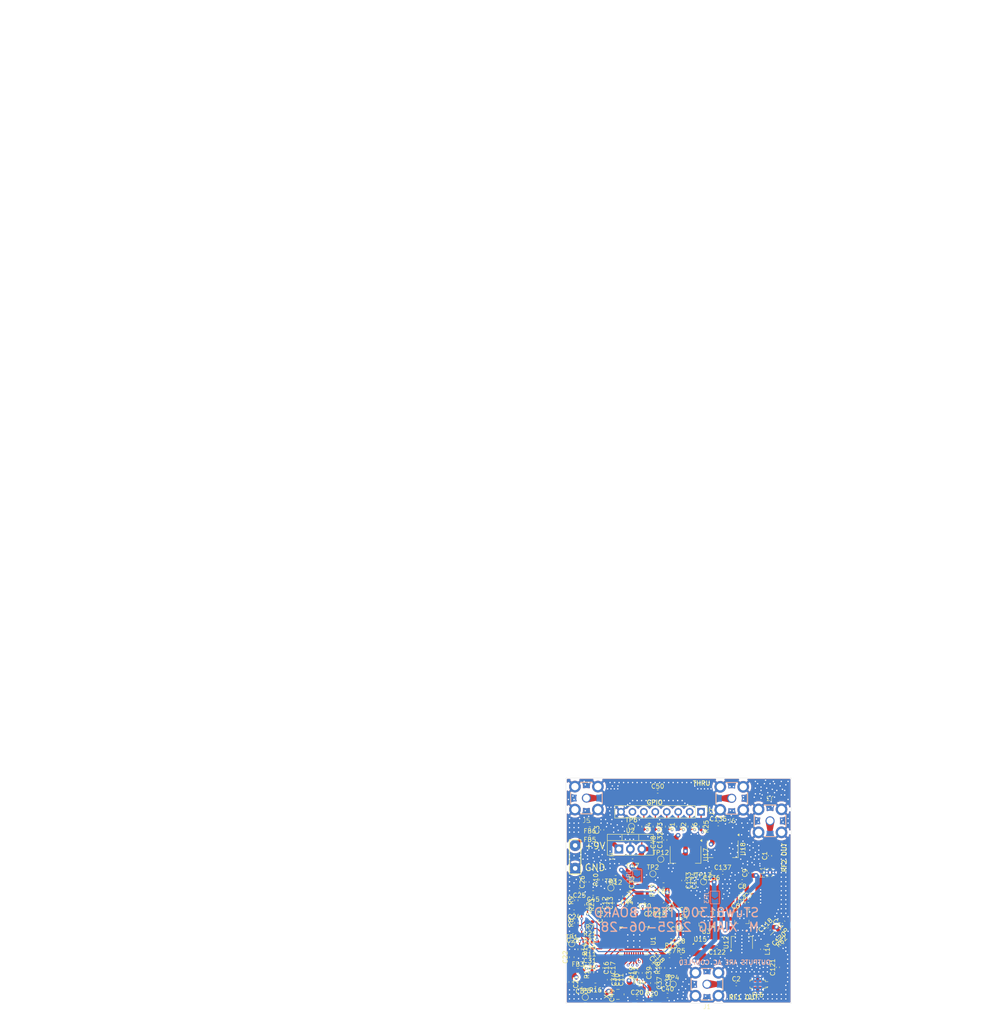
<source format=kicad_pcb>
(kicad_pcb (version 20241229) (generator "pcbnew") (generator_version "9.0")
  (layers (0 "F.Cu" signal) (4 "In1.Cu" signal) (6 "In2.Cu" signal) (8 "In3.Cu" signal) (10 "In4.Cu" signal) (2 "B.Cu" signal) (13 "F.Paste" user) (15 "B.Paste" user) (5 "F.SilkS" user "F.Silkscreen") (7 "B.SilkS" user "B.Silkscreen") (1 "F.Mask" user) (3 "B.Mask" user) (25 "Edge.Cuts" user))
  (net 0 "")
  (net 1 "Net-(J3-In)")
  (net 2 "Net-(FL1-OUT)")
  (net 3 "Net-(FL6-OUT)")
  (net 4 "Net-(J1-In)")
  (net 5 "GND")
  (net 6 "+9V")
  (net 7 "Net-(U3-SEC_DOT)")
  (net 8 "Net-(U1-RF2_OUTN)")
  (net 9 "Net-(U3-SEC)")
  (net 10 "Net-(U1-RF2_OUTP)")
  (net 11 "Net-(U4-VDC1)")
  (net 12 "+5V")
  (net 13 "Net-(X1-OUT)")
  (net 14 "Net-(U1-REF_CLKP)")
  (net 15 "Net-(U1-REF_CLKN)")
  (net 16 "Net-(U1-VIN_LDO_VCO)")
  (net 17 "Net-(U1-VIN_LDO_4V5)")
  (net 18 "Net-(U1-VIN_LDO_REF)")
  (net 19 "Net-(U1-VIN_LDO_RF_DIG)")
  (net 20 "Net-(C23-Pad1)")
  (net 21 "Net-(C24-Pad1)")
  (net 22 "Net-(C25-Pad2)")
  (net 23 "Net-(C26-Pad2)")
  (net 24 "Net-(U1-RF1_OUTN)")
  (net 25 "Net-(C27-Pad2)")
  (net 26 "Net-(C28-Pad2)")
  (net 27 "Net-(U1-RF1_OUTP)")
  (net 28 "Net-(U1-VCC_VCO_CORE)")
  (net 29 "Net-(U1-CBYP_4V5)")
  (net 30 "Net-(U1-VCC_CPOUT)")
  (net 31 "Net-(U1-VCC_RFOUT)")
  (net 32 "/VREG_4V5")
  (net 33 "Net-(U1-VREG_REF)")
  (net 34 "/VREG_PLL")
  (net 35 "Net-(U1-VDD_PFD)")
  (net 36 "Net-(C37-Pad1)")
  (net 37 "Net-(U1-VREG_DIG)")
  (net 38 "/VREG_DIG")
  (net 39 "Net-(U1-VDD_DSM_NDIV)")
  (net 40 "Net-(U1-VR)")
  (net 41 "Net-(U1-CBYP)")
  (net 42 "Net-(U1-VREG_VCO)")
  (net 43 "/VREG_VCO")
  (net 44 "Net-(U1-VDD_CP)")
  (net 45 "/5V_OUT")
  (net 46 "+1V8")
  (net 47 "Net-(J5-In)")
  (net 48 "Net-(J6-In)")
  (net 49 "Net-(FL6-IN)")
  (net 50 "Net-(C121-Pad2)")
  (net 51 "Net-(C122-Pad1)")
  (net 52 "Net-(C122-Pad2)")
  (net 53 "/3V3_OUT")
  (net 54 "/1V8_OUT")
  (net 55 "Net-(FB5-Pad2)")
  (net 56 "Net-(FL1-IN)")
  (net 57 "Net-(L14-Pad1)")
  (net 58 "SPI_MOSI")
  (net 59 "SPI_SCK")
  (net 60 "SPI_MISO")
  (net 61 "SPI_CS")
  (net 62 "HW_PD")
  (net 63 "Net-(U1-VCTRL)")
  (net 64 "Net-(U1-ICP)")
  (net 65 "/FL_SW")
  (net 66 "Net-(U1-VREG_RF)")
  (net 67 "Net-(U1-EXTVCO_INP)")
  (net 68 "Net-(U1-EXTVCO_INN)")
  (net 69 "PDRF1")
  (net 70 "Net-(U3-PRI)")
  (net 74 "Net-(J7-Pin_4)")
  (net 75 "Net-(J7-Pin_3)")
  (net 76 "Net-(J7-Pin_5)")
  (net 77 "Net-(J7-Pin_6)")
  (net 78 "Net-(J7-Pin_2)")
  (net 79 "Net-(J7-Pin_1)")
  (footprint "Capacitor_SMD:C_0402_1005Metric_Pad0.74x0.62mm_HandSolder" (layer "F.Cu") (at 191.3 109.5 45)
    (property "Reference" "C118")
    (property "Value" "18p")
  )
  (footprint "Capacitor_SMD:C_0402_1005Metric_Pad0.74x0.62mm_HandSolder" (layer "F.Cu") (at 191.5 93.250001 90)
    (property "Reference" "C1")
    (property "Value" "1p")
  )
  (footprint "Capacitor_SMD:C_0402_1005Metric_Pad0.74x0.62mm_HandSolder" (layer "F.Cu") (at 167.75 120.88 -90)
    (property "Reference" "C38")
    (property "Value" "100n")
  )
  (footprint "Capacitor_SMD:C_0402_1005Metric_Pad0.74x0.62mm_HandSolder" (layer "F.Cu") (at 156 103.75 90)
    (property "Reference" "C12")
    (property "Value" "1u")
  )
  (footprint "Resistor_SMD:R_0402_1005Metric_Pad0.72x0.64mm_HandSolder" (layer "F.Cu") (at 159.180001 102.25 -90)
    (property "Reference" "R24")
    (property "Value" "0")
  )
  (footprint "Resistor_SMD:R_0402_1005Metric_Pad0.72x0.64mm_HandSolder" (layer "F.Cu") (at 171.75 115.5)
    (property "Reference" "R5")
    (property "Value" "51")
  )
  (footprint "0thaumati-footprintslib:RF2-04A-T-00-50-G" (layer "F.Cu") (at 150.75 80.45)
    (property "Reference" "J5")
    (property "Value" "TEST")
  )
  (footprint "Package_TO_SOT_SMD:SOT-89-3" (layer "F.Cu") (at 185.25 112.5 90)
    (property "Reference" "U12")
    (property "Value" "GALI-39")
  )
  (footprint "Capacitor_SMD:C_0603_1608Metric_Pad1.08x0.95mm_HandSolder" (layer "F.Cu") (at 149.75 121.88 180)
    (property "Reference" "C35")
    (property "Value" "10u")
  )
  (footprint "Capacitor_SMD:C_0402_1005Metric_Pad0.74x0.62mm_HandSolder" (layer "F.Cu") (at 160.5 119.25 -90)
    (property "Reference" "C41")
    (property "Value" "10n")
  )
  (footprint "Resistor_SMD:R_0402_1005Metric_Pad0.72x0.64mm_HandSolder" (layer "F.Cu") (at 151.5 113.88 180)
    (property "Reference" "R11")
    (property "Value" "0")
  )
  (footprint "Resistor_SMD:R_0402_1005Metric_Pad0.72x0.64mm_HandSolder" (layer "F.Cu") (at 154 98.5675 90)
    (property "Reference" "R10")
    (property "Value" "330")
  )
  (footprint "Capacitor_SMD:C_0402_1005Metric_Pad0.74x0.62mm_HandSolder" (layer "F.Cu") (at 154 118.13 -90)
    (property "Reference" "C16")
    (property "Value" "1u")
  )
  (footprint "Capacitor_SMD:C_0402_1005Metric_Pad0.74x0.62mm_HandSolder" (layer "F.Cu") (at 178.5 97 180)
    (property "Reference" "C136")
    (property "Value" "1u")
  )
  (footprint "Inductor_SMD:L_0805_2012Metric" (layer "F.Cu") (at 185.2625 100.9 180)
    (property "Reference" "L1")
    (property "Value" "3.3n")
  )
  (footprint "TestPoint:TestPoint_Pad_D1.0mm" (layer "F.Cu") (at 147.5 112.75)
    (property "Reference" "TP1")
    (property "Value" "VCTRL")
  )
  (footprint "TestPoint:TestPoint_Pad_D1.0mm" (layer "F.Cu") (at 176.75 99)
    (property "Reference" "TP13")
    (property "Value" "1V8_OUT")
  )
  (footprint "Resistor_SMD:R_0402_1005Metric_Pad0.72x0.64mm_HandSolder" (layer "F.Cu") (at 165.92 86.777498 -90)
    (property "Reference" "R3")
    (property "Value" "510")
  )
  (footprint "Capacitor_SMD:C_0402_1005Metric_Pad0.74x0.62mm_HandSolder" (layer "F.Cu") (at 171.255 113.37)
    (property "Reference" "C28")
    (property "Value" "18p")
  )
  (footprint "Resistor_SMD:R_0402_1005Metric_Pad0.72x0.64mm_HandSolder" (layer "F.Cu") (at 162 119.25 90)
    (property "Reference" "R19")
    (property "Value" "0")
  )
  (footprint "Resistor_SMD:R_0402_1005Metric_Pad0.72x0.64mm_HandSolder" (layer "F.Cu") (at 165.25 125)
    (property "Reference" "R20")
    (property "Value" "0")
  )
  (footprint "Resistor_SMD:R_0402_1005Metric_Pad0.72x0.64mm_HandSolder" (layer "F.Cu") (at 163.420001 86.777497 -90)
    (property "Reference" "R4")
    (property "Value" "510")
  )
  (footprint "Capacitor_SMD:C_0402_1005Metric_Pad0.74x0.62mm_HandSolder" (layer "F.Cu") (at 151.5 115.38 180)
    (property "Reference" "C31")
    (property "Value" "220n")
  )
  (footprint "Capacitor_SMD:C_0402_1005Metric_Pad0.74x0.62mm_HandSolder" (layer "F.Cu") (at 167 106.6)
    (property "Reference" "C14")
    (property "Value" "1u")
  )
  (footprint "Resistor_SMD:R_0402_1005Metric_Pad0.72x0.64mm_HandSolder" (layer "F.Cu") (at 169.5675 112 180)
    (property "Reference" "R15")
    (property "Value" "0")
  )
  (footprint "Capacitor_SMD:C_0402_1005Metric_Pad0.74x0.62mm_HandSolder" (layer "F.Cu") (at 147.75 110.88 180)
    (property "Reference" "C23")
    (property "Value" "470p")
  )
  (footprint "Package_DFN_QFN:QFN-12-1EP_3x3mm_P0.51mm_EP1.45x1.45mm" (layer "F.Cu") (at 177.345 107.22 180)
    (property "Reference" "U3")
    (property "Value" "MTX2-143+")
  )
  (footprint "Resistor_SMD:R_0402_1005Metric_Pad0.72x0.64mm_HandSolder" (layer "F.Cu") (at 151.5 109.38 180)
    (property "Reference" "R21")
    (property "Value" "0")
  )
  (footprint "Capacitor_SMD:C_0603_1608Metric_Pad1.08x0.95mm_HandSolder" (layer "F.Cu") (at 152.25 101.5 180)
    (property "Reference" "C45")
    (property "Value" "10u")
  )
  (footprint "0thaumati-footprintslib:RF2-04A-T-00-50-G" (layer "F.Cu") (at 183 80.5)
    (property "Reference" "J6")
    (property "Value" "TEST")
  )
  (footprint "Capacitor_SMD:C_0402_1005Metric_Pad0.74x0.62mm_HandSolder" (layer "F.Cu") (at 164.9325 105 180)
    (property "Reference" "C29")
    (property "Value" "100n")
  )
  (footprint "Capacitor_SMD:C_0402_1005Metric_Pad0.74x0.62mm_HandSolder" (layer "F.Cu") (at 173.5 98.75 -90)
    (property "Reference" "C134")
    (property "Value" "1u")
  )
  (footprint "Inductor_SMD:L_0603_1608Metric_Pad1.05x0.95mm_HandSolder" (layer "F.Cu") (at 151.500001 86.325786 180)
    (property "Reference" "FB6")
    (property "Value" "MPZ1608S221ATA00")
  )
  (footprint "Capacitor_SMD:C_0402_1005Metric_Pad0.74x0.62mm_HandSolder" (layer "F.Cu") (at 148 105.63 180)
    (property "Reference" "C24")
    (property "Value" "560p")
  )
  (footprint "Resistor_SMD:R_0402_1005Metric_Pad0.72x0.64mm_HandSolder" (layer "F.Cu") (at 148.5 108.13 90)
    (property "Reference" "R8")
    (property "Value" "330")
  )
  (footprint "Resistor_SMD:R_0402_1005Metric_Pad0.72x0.64mm_HandSolder" (layer "F.Cu") (at 164.25 101 -90)
    (property "Reference" "R13")
    (property "Value" "0")
  )
  (footprint "Connector_PinHeader_2.54mm:PinHeader_1x08_P2.54mm_Vertical" (layer "F.Cu") (at 176.2 83.5 -90)
    (property "Reference" "J7")
    (property "Value" "Conn_01x08")
  )
  (footprint "Capacitor_SMD:C_0603_1608Metric_Pad1.08x0.95mm_HandSolder" (layer "F.Cu") (at 168.75 124.25)
    (property "Reference" "C40")
    (property "Value" "10u")
  )
  (footprint "Capacitor_SMD:C_0402_1005Metric_Pad0.74x0.62mm_HandSolder" (layer "F.Cu") (at 155.75 120.75 -90)
    (property "Reference" "C34")
    (property "Value" "220n")
  )
  (footprint "Capacitor_SMD:C_0402_1005Metric_Pad0.74x0.62mm_HandSolder" (layer "F.Cu") (at 181 97)
    (property "Reference" "C137")
    (property "Value" "1u")
  )
  (footprint "Capacitor_SMD:C_0402_1005Metric_Pad0.74x0.62mm_HandSolder" (layer "F.Cu") (at 151 99.0675 90)
    (property "Reference" "C26")
    (property "Value" "22n")
  )
  (footprint "Package_TO_SOT_THT:TO-220-3_Vertical" (layer "F.Cu") (at 157.96 91.75)
    (property "Reference" "U2")
    (property "Value" "LM7805_TO220")
  )
  (footprint "Capacitor_SMD:C_0402_1005Metric_Pad0.74x0.62mm_HandSolder" (layer "F.Cu") (at 162 124.75)
    (property "Reference" "C20")
    (property "Value" "100n")
  )
  (footprint "Capacitor_SMD:C_0402_1005Metric_Pad0.74x0.62mm_HandSolder" (layer "F.Cu") (at 155.25 124.25 -90)
    (property "Reference" "C49")
    (property "Value" "100n")
  )
  (footprint "TestPoint:TestPoint_Pad_D1.0mm" (layer "F.Cu") (at 170 121.75)
    (property "Reference" "TP4")
    (property "Value" "VREG_DIG")
  )
  (footprint "Package_TO_SOT_SMD:SOT-223-3_TabPin2" (layer "F.Cu") (at 172.75 93 -90)
    (property "Reference" "U17")
    (property "Value" "TLV1117LV-33")
  )
  (footprint "Capacitor_SMD:C_0402_1005Metric_Pad0.74x0.62mm_HandSolder" (layer "F.Cu") (at 159.75 104.75)
    (property "Reference" "C44")
    (property "Value" "100n")
  )
  (footprint "Capacitor_SMD:C_0402_1005Metric_Pad0.74x0.62mm_HandSolder" (layer "F.Cu") (at 172.25 98.75 -90)
    (property "Reference" "C133")
    (property "Value" "1u")
  )
  (footprint "Capacitor_SMD:C_0603_1608Metric_Pad1.08x0.95mm_HandSolder" (layer "F.Cu") (at 162.25 99.1525 90)
    (property "Reference" "C33")
    (property "Value" "10u")
  )
  (footprint "TestPoint:TestPoint_Pad_D1.0mm" (layer "F.Cu") (at 167.25 94)
    (property "Reference" "TP12")
    (property "Value" "3V3_OUT")
  )
  (footprint "Inductor_SMD:L_0402_1005Metric_Pad0.77x0.64mm_HandSolder" (layer "F.Cu") (at 189.75 114 -90)
    (property "Reference" "L14")
    (property "Value" "3.3n")
  )
  (footprint "Capacitor_SMD:C_0402_1005Metric_Pad0.74x0.62mm_HandSolder" (layer "F.Cu") (at 172.3175 106.4)
    (property "Reference" "C5")
    (property "Value" "1p")
  )
  (footprint "Capacitor_SMD:C_0402_1005Metric_Pad0.74x0.62mm_HandSolder" (layer "F.Cu") (at 169.1825 115.5)
    (property "Reference" "C27")
    (property "Value" "18p")
  )
  (footprint "Capacitor_SMD:C_0402_1005Metric_Pad0.74x0.62mm_HandSolder" (layer "F.Cu") (at 154.25 87.5 90)
    (property "Reference" "C3")
    (property "Value" "1u")
  )
  (footprint "Resistor_SMD:R_0402_1005Metric_Pad0.72x0.64mm_HandSolder" (layer "F.Cu") (at 151.5 107.88 180)
    (property "Reference" "R7")
    (property "Value" "0")
  )
  (footprint "Resistor_SMD:R_0402_1005Metric_Pad0.72x0.64mm_HandSolder" (layer "F.Cu") (at 152 119.13 90)
    (property "Reference" "R17")
    (property "Value" "0")
  )
  (footprint "Package_TO_SOT_SMD:SOT-223-3_TabPin2" (layer "F.Cu") (at 181 91.75 -90)
    (property "Reference" "U18")
    (property "Value" "TLV1117LV-18")
  )
  (footprint "Resistor_SMD:R_0402_1005Metric_Pad0.72x0.64mm_HandSolder" (layer "F.Cu") (at 167.75 118.13 90)
    (property "Reference" "R18")
    (property "Value" "0")
  )
  (footprint "Resistor_SMD:R_0402_1005Metric_Pad0.72x0.64mm_HandSolder" (layer "F.Cu") (at 157.25 98 180)
    (property "Reference" "R12")
    (property "Value" "510")
  )
  (footprint "Oscillator:Oscillator_SMD_ECS_2520MV-xxx-xx-4Pin_2.5x2.0mm" (layer "F.Cu") (at 157.75 124 90)
    (property "Reference" "X1")
    (property "Value" "ASCO")
  )
  (footprint "Inductor_SMD:L_0603_1608Metric_Pad1.05x0.95mm_HandSolder" (layer "F.Cu") (at 148.875 118.75)
    (property "Reference" "FB3")
    (property "Value" "MPZ1608S221ATA00")
  )
  (footprint "Resistor_SMD:R_0402_1005Metric_Pad0.72x0.64mm_HandSolder" (layer "F.Cu") (at 152.75 121.88 180)
    (property "Reference" "R16")
    (property "Value" "0")
  )
  (footprint "Capacitor_SMD:C_0402_1005Metric_Pad0.74x0.62mm_HandSolder" (layer "F.Cu") (at 170.9 110.7)
    (property "Reference" "C32")
    (property "Value" "220n")
  )
  (footprint "Resistor_SMD:R_0402_1005Metric_Pad0.72x0.64mm_HandSolder" (layer "F.Cu") (at 149.25 114 -90)
    (property "Reference" "R14")
    (property "Value" "0")
  )
  (footprint "Capacitor_SMD:C_0402_1005Metric_Pad0.74x0.62mm_HandSolder" (layer "F.Cu") (at 179.75 113.5 180)
    (property "Reference" "C122")
    (property "Value" "4.7p")
  )
  (footprint "Capacitor_SMD:C_0402_1005Metric_Pad0.74x0.62mm_HandSolder" (layer "F.Cu") (at 161 94.3 180)
    (property "Reference" "C47")
    (property "Value" "1u")
  )
  (footprint "0thaumati-footprintslib:2-pin-spaced-header" (layer "F.Cu") (at 148.25 93.5 -90)
    (property "Reference" "H1")
    (property "Value" "~")
  )
  (footprint "Inductor_SMD:L_0603_1608Metric_Pad1.05x0.95mm_HandSolder" (layer "F.Cu") (at 162.5 122.75)
    (property "Reference" "FB4")
    (property "Value" "MPZ1608S221ATA00")
  )
  (footprint "Capacitor_SMD:C_0402_1005Metric_Pad0.74x0.62mm_HandSolder" (layer "F.Cu") (at 166.019239 116.580761 -45)
    (property "Reference" "C18")
    (property "Value" "1u")
  )
  (footprint "Resistor_SMD:R_0402_1005Metric_Pad0.72x0.64mm_HandSolder" (layer "F.Cu") (at 171.170001 86.7775 -90)
    (property "Reference" "R2")
    (property "Value" "510")
  )
  (footprint "Capacitor_SMD:C_0402_1005Metric_Pad0.74x0.62mm_HandSolder" (layer "F.Cu") (at 168.25 89.75 90)
    (property "Reference" "C132")
    (property "Value" "1u")
  )
  (footprint "Capacitor_SMD:C_0402_1005Metric_Pad0.74x0.62mm_HandSolder" (layer "F.Cu") (at 151.5 116.88 180)
    (property "Reference" "C36")
    (property "Value" "10n")
  )
  (footprint "Capacitor_SMD:C_0402_1005Metric_Pad0.74x0.62mm_HandSolder" (layer "F.Cu") (at 147.25 121.25 -90)
    (property "Reference" "C21")
    (property "Value" "100n")
  )
  (footprint "0thaumati-footprintslib:RF2-04A-T-00-50-G" (layer "F.Cu") (at 177.5 121.75)
    (property "Reference" "J1")
    (property "Value" "RF_OUT")
  )
  (footprint "TestPoint:TestPoint_Pad_D1.0mm" (layer "F.Cu") (at 160.75 86.75)
    (property "Reference" "TP6")
    (property "Value" "5V0_OUT")
  )
  (footprint "0thaumati-footprintslib:RF2-04A-T-00-50-G" (layer "F.Cu") (at 191.5 85.5 180)
    (property "Reference" "J3")
    (property "Value" "RF_OUT")
  )
  (footprint "Resistor_SMD:R_0402_1005Metric_Pad0.72x0.64mm_HandSolder" (layer "F.Cu") (at 151.5 110.88 180)
    (property "Reference" "R22")
    (property "Value" "0")
  )
  (footprint "Capacitor_SMD:C_0402_1005Metric_Pad0.74x0.62mm_HandSolder" (layer "F.Cu") (at 155.5 118.13 -90)
    (property "Reference" "C17")
    (property "Value" "100n")
  )
  (footprint "Capacitor_SMD:C_0402_1005Metric_Pad0.74x0.62mm_HandSolder" (layer "F.Cu") (at 151.5 112.38 180)
    (property "Reference" "C46")
    (property "Value" "10n")
  )
  (footprint "0thaumati-footprintslib:DQ849" (layer "F.Cu") (at 185.25 106.7)
    (property "Reference" "U4")
    (property "Value" "AVA-183A+")
  )
  (footprint "Capacitor_SMD:C_0402_1005Metric_Pad0.74x0.62mm_HandSolder" (layer "F.Cu") (at 180 86.25)
    (property "Reference" "C135")
    (property "Value" "1u")
  )
  (footprint "0thaumati-footprintslib:JC0603C-1" (layer "F.Cu") (at 191.5 96.945001 90)
    (property "Reference" "FL1")
    (property "Value" "LFCW-133+")
  )
  (footprint "Capacitor_SMD:C_0402_1005Metric_Pad0.74x0.62mm_HandSolder" (layer "F.Cu") (at 184 121.75)
    (property "Reference" "C2")
    (property "Value" "4.7p")
  )
  (footprint "Capacitor_SMD:C_0402_1005Metric_Pad0.74x0.62mm_HandSolder" (layer "F.Cu") (at 183.8 103.25 180)
    (property "Reference" "C6")
    (property "Value" "100n")
  )
  (footprint "TestPoint:TestPoint_Pad_D1.0mm" (layer "F.Cu") (at 150.5 124.63)
    (property "Reference" "TP5")
    (property "Value" "VREG_PLL")
  )
  (footprint "Capacitor_SMD:C_0603_1608Metric_Pad1.08x0.95mm_HandSolder" (layer "F.Cu") (at 152.75 104.88 90)
    (property "Reference" "C42")
    (property "Value" "10u")
  )
  (footprint "TestPoint:TestPoint_Pad_D1.0mm" (layer "F.Cu") (at 156.180001 100.37)
    (property "Reference" "TP3")
    (property "Value" "VREG_VCO")
  )
  (footprint "Capacitor_SMD:C_0402_1005Metric_Pad0.74x0.62mm_HandSolder" (layer "F.Cu") (at 165.1 117.5 -45)
    (property "Reference" "C19")
    (property "Value" "100n")
  )
  (footprint "Capacitor_SMD:C_0402_1005Metric_Pad0.74x0.62mm_HandSolder" (layer "F.Cu") (at 167 107.6)
    (property "Reference" "C15")
    (property "Value" "100n")
  )
  (footprint "Capacitor_SMD:C_0402_1005Metric_Pad0.74x0.62mm_HandSolder" (layer "F.Cu") (at 166.75 90.25 90)
    (property "Reference" "C48")
    (property "Value" "1u")
  )
  (footprint "Capacitor_SMD:C_0402_1005Metric_Pad0.74x0.62mm_HandSolder" (layer "F.Cu") (at 185.3 98.9 180)
    (property "Reference" "C8")
    (property "Value" "18p")
  )
  (footprint "Capacitor_SMD:C_0402_1005Metric_Pad0.74x0.62mm_HandSolder" (layer "F.Cu") (at 158.75 120.75 90)
    (property "Reference" "C10")
    (property "Value" "10n")
  )
  (footprint "Filter:Filter_Mini-Circuits_FV1206-4" (layer "F.Cu") (at 188.75 121.75 180)
    (property "Reference" "FL6")
    (property "Value" "LFCN-8440")
  )
  (footprint "Capacitor_SMD:C_0402_1005Metric_Pad0.74x0.62mm_HandSolder" (layer "F.Cu") (at 193.25 118 90)
    (property "Reference" "C121")
    (property "Value" "4.7p")
  )
  (footprint "Capacitor_SMD:C_0402_1005Metric_Pad0.74x0.62mm_HandSolder" (layer "F.Cu") (at 166.5675 79)
    (property "Reference" "C50")
    (property "Value" "1p")
  )
  (footprint "Resistor_SMD:R_1206_3216Metric" (layer "F.Cu") (at 192.75 111 -135)
    (property "Reference" "R62")
    (property "Value" "140")
  )
  (footprint "Capacitor_SMD:C_0603_1608Metric_Pad1.08x0.95mm_HandSolder" (layer "F.Cu") (at 165.5 121.492501 -90)
    (property "Reference" "C37")
    (property "Value" "10u")
  )
  (footprint "Capacitor_SMD:C_0402_1005Metric_Pad0.74x0.62mm_HandSolder" (layer "F.Cu") (at 157.25 120.75 -90)
    (property "Reference" "C11")
    (property "Value" "10n")
  )
  (footprint "Capacitor_SMD:C_0402_1005Metric_Pad0.74x0.62mm_HandSolder" (layer "F.Cu") (at 155 106.75 90)
    (property "Reference" "C43")
    (property "Value" "220n")
  )
  (footprint "Resistor_SMD:R_0402_1005Metric_Pad0.72x0.64mm_HandSolder" (layer "F.Cu") (at 176.170001 86.777498 -90)
    (property "Reference" "R25")
    (property "Value" "510")
  )
  (footprint "Capacitor_SMD:C_0603_1608Metric_Pad1.08x0.95mm_HandSolder" (layer "F.Cu") (at 147.5 115.75 90)
    (property "Reference" "C22")
    (property "Value" "10u")
  )
  (footprint "Capacitor_SMD:C_0402_1005Metric_Pad0.74x0.62mm_HandSolder" (layer "F.Cu") (at 163.6825 103.25 180)
    (property "Reference" "C30")
    (property "Value" "1n")
  )
  (footprint "Capacitor_SMD:C_0402_1005Metric_Pad0.74x0.62mm_HandSolder" (layer "F.Cu") (at 149.1825 100.88 180)
    (property "Reference" "C25")
    (property "Value" "1n")
  )
  (footprint "Capacitor_SMD:C_0402_1005Metric_Pad0.74x0.62mm_HandSolder" (layer "F.Cu") (at 194.5 108 135)
    (property "Reference" "C119")
    (property "Value" "1u")
  )
  (footprint "Resistor_SMD:R_0402_1005Metric_Pad0.72x0.64mm_HandSolder" (layer "F.Cu") (at 173.670001 86.7775 -90)
    (property "Reference" "R6")
    (property "Value" "510")
  )
  (footprint "Capacitor_SMD:C_0402_1005Metric_Pad0.74x0.62mm_HandSolder" (layer "F.Cu") (at 157.25 103.75 90)
    (property "Reference" "C13")
    (property "Value" "100n")
  )
  (footprint "Resistor_SMD:R_0402_1005Metric_Pad0.72x0.64mm_HandSolder" (layer "F.Cu") (at 150.75 104.1525 -90)
    (property "Reference" "R23")
    (property "Value" "0")
  )
  (footprint "TestPoint:TestPoint_Pad_D1.0mm" (layer "F.Cu") (at 165.5 97.25)
    (property "Reference" "TP2")
    (property "Value" "VREG_4V5")
  )
  (footprint "Inductor_SMD:L_0603_1608Metric_Pad1.05x0.95mm_HandSolder" (layer "F.Cu") (at 167.874999 99.75 180)
    (property "Reference" "FB1")
    (property "Value" "MPZ1608S221ATA00")
  )
  (footprint "Capacitor_SMD:C_0402_1005Metric_Pad0.74x0.62mm_HandSolder" (layer "F.Cu") (at 194.3 112.5 45)
    (property "Reference" "C120")
    (property "Value" "100n")
  )
  (footprint "Package_DFN_QFN:QFN-36-1EP_6x6mm_P0.5mm_EP4.1x4.1mm" (layer "F.Cu") (at 161.25 112.13 -90)
    (property "Reference" "U1")
    (property "Value" "~")
  )
  (footprint "Resistor_SMD:R_0402_1005Metric_Pad0.72x0.64mm_HandSolder" (layer "F.Cu") (at 168.670002 86.777498 -90)
    (property "Reference" "R1")
    (property "Value" "510")
  )
  (footprint "Capacitor_SMD:C_0402_1005Metric_Pad0.74x0.62mm_HandSolder" (layer "F.Cu") (at 163.5 119.25 -90)
    (property "Reference" "C39")
    (property "Value" "220n")
  )
  (footprint "Capacitor_SMD:C_0402_1005Metric_Pad0.74x0.62mm_HandSolder" (layer "F.Cu") (at 172.3175 108)
    (property "Reference" "C4")
    (property "Value" "1p")
  )
  (footprint "Capacitor_SMD:C_0402_1005Metric_Pad0.74x0.62mm_HandSolder" (layer "F.Cu") (at 187.1 97.0675 90)
    (property "Reference" "C9")
    (property "Value" "5.6p")
  )
  (footprint "Inductor_SMD:L_0603_1608Metric_Pad1.05x0.95mm_HandSolder" (layer "F.Cu") (at 151.5 88.25 180)
    (property "Reference" "FB5")
    (property "Value" "MPZ1608S221ATA00")
  )
  (footprint "Capacitor_SMD:C_0402_1005Metric_Pad0.74x0.62mm_HandSolder" (layer "F.Cu") (at 186.7 103.25)
    (property "Reference" "C7")
    (property "Value" "1n")
  )
  (footprint "Inductor_SMD:L_0603_1608Metric_Pad1.05x0.95mm_HandSolder" (layer "F.Cu") (at 168.25 104 -135)
    (property "Reference" "FB2")
    (property "Value" "MPZ1608S221ATA00")
  )
  (footprint "Resistor_SMD:R_0402_1005Metric_Pad0.72x0.64mm_HandSolder" (layer "F.Cu") (at 148.5 103.13 90)
    (property "Reference" "R9")
    (property "Value" "270")
  )
  (footprint "RF_Converter:RF_Attenuator_Susumu_PAT1220" (layer "F.Cu") (at 176 114)
    (property "Reference" "U15")
    (property "Value" "PAT1220-C-3DB")
  )
  (footprint "Jumper:SolderJumper-2_P1.3mm_Open_TrianglePad1.0x1.5mm" (layer "B.Cu") (at 179.25 102.5 -90)
    (property "Reference" "JP3")
    (property "Value" "CHECK VOLTAGES FIRST")
  )
  (footprint "Jumper:SolderJumper-2_P1.3mm_Open_TrianglePad1.0x1.5mm" (layer "B.Cu") (at 162 97.724999 -90)
    (property "Reference" "JP1")
    (property "Value" "CHECK VOLTAGES FIRST")
  )
  (gr_rect (start 177.75 104.55) (end 179.25 106.85) (fill yes) (layer "F.Cu") (net 5))
  (gr_rect (start 177.75 107.6) (end 179.25 109.9) (fill yes) (layer "F.Cu") (net 5))
  (gr_rect (start 174.8 114.2) (end 177.2 115.4) (fill yes) (layer "F.Cu") (net 5))
  (gr_rect (start 176.6 104.5) (end 178.1 109.9) (fill yes) (layer "F.Cu") (net 5))
  (gr_rect (start 183 104.05) (end 184.5 106.55) (fill yes) (layer "F.Cu") (net 5))
  (gr_rect (start 186.05 104.05) (end 187.55 106.55) (fill yes) (layer "F.Cu") (net 5))
  (gr_rect (start 146.2225 76) (end 196.2225 126) (stroke (width 0.05)) (fill no) (layer "Edge.Cuts"))
  (gr_text "RF2 OUT" (at 195.25 97 90) (layer "F.SilkS") (effects (font (size 1 1) (thickness 0.2) (bold yes)) (justify left bottom)))
  (gr_text "GPIO" (at 164 82 0) (layer "F.SilkS") (effects (font (size 1 1) (thickness 0.2) (bold yes)) (justify left bottom)))
  (gr_text "THRU" (at 174.25 77.75 0) (layer "F.SilkS") (effects (font (size 1 1) (thickness 0.2) (bold yes)) (justify left bottom)))
  (gr_text "+9V\n\nGND" (at 150.25 96.75 0) (layer "F.SilkS") (effects (font (size 1.5 1.5) (thickness 0.2)) (justify left bottom)))
  (gr_text "RF1 OUT" (at 182.25 125.25 0) (layer "F.SilkS") (effects (font (size 1 1) (thickness 0.2) (bold yes)) (justify left bottom)))
  (gr_text "STuW81300 TEST BOARD\nM. XIANG 2025-06-28" (at 189.25 110.25 0) (layer "B.SilkS") (effects (font (size 2 2) (thickness 0.3)) (justify left bottom mirror)))
  (gr_text "OUTPUTS ARE AC COUPLED" (at 191.75 117.5 0) (layer "B.SilkS") (effects (font (size 1 1) (thickness 0.2) (bold yes)) (justify left bottom mirror)))
  (segment (start 191.5 92.682501) (end 191.5 85.5) (width 0.85) (layer "F.Cu") (net 1))
  (segment (start 191.5 93.817501) (end 191.5 95.6) (width 0.85) (layer "F.Cu") (net 2))
  (segment (start 186.935 121.75) (end 184.5675 121.75) (width 0.85) (layer "F.Cu") (net 3))
  (segment (start 183.4325 121.75) (end 177.5 121.75) (width 0.85) (layer "F.Cu") (net 4))
  (segment (start 185.25 113.25) (end 185.25 116.75) (width 1) (layer "F.Cu") (net 5))
  (segment (start 172.9 115.5) (end 173.3 115.9) (width 1) (layer "F.Cu") (net 5))
  (segment (start 167.5675 107.6) (end 167.5675 106.5325) (width 0.25) (layer "F.Cu") (net 5))
  (segment (start 167.5675 106.5325) (end 167.7 106.4) (width 0.25) (layer "F.Cu") (net 5))
  (segment (start 175.9075 107.22) (end 177.28 107.22) (width 0.25) (layer "F.Cu") (net 5))
  (segment (start 164.0875 110.63) (end 162.75 110.63) (width 0.25) (layer "F.Cu") (net 5))
  (segment (start 172.3475 115.5) (end 172.9 115.5) (width 1) (layer "F.Cu") (net 5))
  (segment (start 162.75 110.63) (end 161.25 112.13) (width 0.25) (layer "F.Cu") (net 5))
  (segment (start 177.28 107.22) (end 177.3 107.2) (width 0.25) (layer "F.Cu") (net 5))
  (segment (start 185.25 116.75) (end 185 117) (width 1) (layer "F.Cu") (net 5))
  (via (at 150.8 110.2) (size 0.6) (drill 0.3) (layers "F.Cu" "B.Cu") (net 5))
  (via (at 175 77) (size 0.6) (drill 0.3) (layers "F.Cu" "B.Cu") (net 5))
  (via (at 182 101) (size 0.6) (drill 0.3) (layers "F.Cu" "B.Cu") (net 5))
  (via (at 152.25 99.5) (size 0.6) (drill 0.3) (layers "F.Cu" "B.Cu") (net 5))
  (via (at 189 92) (size 0.6) (drill 0.3) (layers "F.Cu" "B.Cu") (net 5))
  (via (at 190.2 110.6) (size 0.6) (drill 0.3) (layers "F.Cu" "B.Cu") (net 5))
  (via (at 147 102) (size 0.6) (drill 0.3) (layers "F.Cu" "B.Cu") (net 5))
  (via (at 176.95 78.4) (size 0.6) (drill 0.3) (layers "F.Cu" "B.Cu") (net 5))
  (via (at 157.8 87.6) (size 0.6) (drill 0.3) (layers "F.Cu" "B.Cu") (net 5))
  (via (at 153.75 96) (size 0.6) (drill 0.3) (layers "F.Cu" "B.Cu") (net 5))
  (via (at 189.5 80.5) (size 0.6) (drill 0.3) (layers "F.Cu" "B.Cu") (net 5))
  (via (at 163 77) (size 0.6) (drill 0.3) (layers "F.Cu" "B.Cu") (net 5))
  (via (at 147 85) (size 0.6) (drill 0.3) (layers "F.Cu" "B.Cu") (net 5))
  (via (at 148 123) (size 0.6) (drill 0.3) (layers "F.Cu" "B.Cu") (net 5))
  (via (at 189 119) (size 0.6) (drill 0.3) (layers "F.Cu" "B.Cu") (net 5))
  (via (at 189.4 100.8) (size 0.6) (drill 0.3) (layers "F.Cu" "B.Cu") (net 5))
  (via (at 152.25 93.75) (size 0.6) (drill 0.3) (layers "F.Cu" "B.Cu") (net 5))
  (via (at 147.75 80) (size 0.6) (drill 0.3) (layers "F.Cu" "B.Cu") (net 5))
  (via (at 187.75 90.25) (size 0.6) (drill 0.3) (layers "F.Cu" "B.Cu") (net 5))
  (via (at 189.4 103.7) (size 0.6) (drill 0.3) (layers "F.Cu" "B.Cu") (net 5))
  (via (at 150 117) (size 0.6) (drill 0.3) (layers "F.Cu" "B.Cu") (net 5))
  (via (at 195 92) (size 0.6) (drill 0.3) (layers "F.Cu" "B.Cu") (net 5))
  (via (at 166.6 98.1) (size 0.6) (drill 0.3) (layers "F.Cu" "B.Cu") (net 5))
  (via (at 154 125) (size 0.6) (drill 0.3) (layers "F.Cu" "B.Cu") (net 5))
  (via (at 152 91.5) (size 0.6) (drill 0.3) (layers "F.Cu" "B.Cu") (net 5))
  (via (at 176 77) (size 0.6) (drill 0.3) (layers "F.Cu" "B.Cu") (net 5))
  (via (at 162 77) (size 0.6) (drill 0.3) (layers "F.Cu" "B.Cu") (net 5))
  (via (at 187.75 91.5) (size 0.6) (drill 0.3) (layers "F.Cu" "B.Cu") (net 5))
  (via (at 189.5 111.75) (size 0.6) (drill 0.3) (layers "F.Cu" "B.Cu") (net 5))
  (via (at 186.5 86) (size 0.6) (drill 0.3) (layers "F.Cu" "B.Cu") (net 5))
  (via (at 189.5 78) (size 0.6) (drill 0.3) (layers "F.Cu" "B.Cu") (net 5))
  (via (at 185.25 111.75) (size 0.6) (drill 0.3) (layers "F.Cu" "B.Cu") (net 5))
  (via (at 195 122) (size 0.6) (drill 0.3) (layers "F.Cu" "B.Cu") (net 5))
  (via (at 183 125) (size 0.6) (drill 0.3) (layers "F.Cu" "B.Cu") (net 5))
  (via (at 147 98) (size 0.6) (drill 0.3) (layers "F.Cu" "B.Cu") (net 5))
  (via (at 184 86.25) (size 0.6) (drill 0.3) (layers "F.Cu" "B.Cu") (net 5))
  (via (at 185.4 109.8) (size 0.6) (drill 0.3) (layers "F.Cu" "B.Cu") (net 5))
  (via (at 185.25 111) (size 0.6) (drill 0.3) (layers "F.Cu" "B.Cu") (net 5))
  (via (at 161 77) (size 0.6) (drill 0.3) (layers "F.Cu" "B.Cu") (net 5))
  (via (at 167 77) (size 0.6) (drill 0.3) (layers "F.Cu" "B.Cu") (net 5))
  (via (at 173 77) (size 0.6) (drill 0.3) (layers "F.Cu" "B.Cu") (net 5))
  (via (at 147 110) (size 0.6) (drill 0.3) (layers "F.Cu" "B.Cu") (net 5))
  (via (at 195 95.000001) (size 0.6) (drill 0.3) (layers "F.Cu" "B.Cu") (net 5))
  (via (at 184 125) (size 0.6) (drill 0.3) (layers "F.Cu" "B.Cu") (net 5))
  (via (at 147 88) (size 0.6) (drill 0.3) (layers "F.Cu" "B.Cu") (net 5))
  (via (at 182 125) (size 0.6) (drill 0.3) (layers "F.Cu" "B.Cu") (net 5))
  (via (at 162.5 85.25) (size 0.6) (drill 0.3) (layers "F.Cu" "B.Cu") (net 5))
  (via (at 172.25 123.5) (size 0.6) (drill 0.3) (layers "F.Cu" "B.Cu") (net 5))
  (via (at 169.1 125.4) (size 0.6) (drill 0.3) (layers "F.Cu" "B.Cu") (net 5))
  (via (at 176.925 107.64) (size 0.6) (drill 0.3) (layers "F.Cu" "B.Cu") (net 5))
  (via (at 189.25 79.5) (size 0.6) (drill 0.3) (layers "F.Cu" "B.Cu") (net 5))
  (via (at 147 94) (size 0.6) (drill 0.3) (layers "F.Cu" "B.Cu") (net 5))
  (via (at 158.25 89) (size 0.6) (drill 0.3) (layers "F.Cu" "B.Cu") (net 5))
  (via (at 190.9 119) (size 0.6) (drill 0.3) (layers "F.Cu" "B.Cu") (net 5))
  (via (at 180.75 116.75) (size 0.6) (drill 0.3) (layers "F.Cu" "B.Cu") (net 5))
  (via (at 158 103) (size 0.6) (drill 0.3) (layers "F.Cu" "B.Cu") (net 5))
  (via (at 180.9 111.3) (size 0.6) (drill 0.3) (layers "F.Cu" "B.Cu") (net 5))
  (via (at 148 93.25) (size 0.6) (drill 0.3) (layers "F.Cu" "B.Cu") (net 5))
  (via (at 154.5 95.75) (size 0.6) (drill 0.3) (layers "F.Cu" "B.Cu") (net 5))
  (via (at 166 77) (size 0.6) (drill 0.3) (layers "F.Cu" "B.Cu") (net 5))
  (via (at 182.5 101.5) (size 0.6) (drill 0.3) (layers "F.Cu" "B.Cu") (net 5))
  (via (at 195 104) (size 0.6) (drill 0.3) (layers "F.Cu" "B.Cu") (net 5))
  (via (at 154.8 121.9) (size 0.6) (drill 0.3) (layers "F.Cu" "B.Cu") (net 5))
  (via (at 189.6 110) (size 0.6) (drill 0.3) (layers "F.Cu" "B.Cu") (net 5))
  (via (at 149 125) (size 0.6) (drill 0.3) (layers "F.Cu" "B.Cu") (net 5))
  (via (at 189 90.999999) (size 0.6) (drill 0.3) (layers "F.Cu" "B.Cu") (net 5))
  (via (at 175.25 101) (size 0.6) (drill 0.3) (layers "F.Cu" "B.Cu") (net 5))
  (via (at 187.75 111) (size 0.6) (drill 0.3) (layers "F.Cu" "B.Cu") (net 5))
  (via (at 156 84.2) (size 0.6) (drill 0.3) (layers "F.Cu" "B.Cu") (net 5))
  (via (at 156.5 77.75) (size 0.6) (drill 0.3) (layers "F.Cu" "B.Cu") (net 5))
  (via (at 176.2 78.4) (size 0.6) (drill 0.3) (layers "F.Cu" "B.Cu") (net 5))
  (via (at 147 107) (size 0.6) (drill 0.3) (layers "F.Cu" "B.Cu") (net 5))
  (via (at 184.8 106.25) (size 0.6) (drill 0.3) (layers "F.Cu" "B.Cu") (net 5))
  (via (at 195.4 115.2) (size 0.6) (drill 0.3) (layers "F.Cu" "B.Cu") (net 5))
  (via (at 169 95) (size 0.6) (drill 0.3) (layers "F.Cu" "B.Cu") (net 5))
  (via (at 185.5 95) (size 0.6) (drill 0.3) (layers "F.Cu" "B.Cu") (net 5))
  (via (at 153.5 92) (size 0.6) (drill 0.3) (layers "F.Cu" "B.Cu") (net 5))
  (via (at 160 88.5) (size 0.6) (drill 0.3) (layers "F.Cu" "B.Cu") (net 5))
  (via (at 178.2 85.3) (size 0.6) (drill 0.3) (layers "F.Cu" "B.Cu") (net 5))
  (via (at 185.5 90) (size 0.6) (drill 0.3) (layers "F.Cu" "B.Cu") (net 5))
  (via (at 153 125) (size 0.6) (drill 0.3) (layers "F.Cu" "B.Cu") (net 5))
  (via (at 180.5 115.75) (size 0.6) (drill 0.3) (layers "F.Cu" "B.Cu") (net 5))
  (via (at 181.5 116) (size 0.6) (drill 0.3) (layers "F.Cu" "B.Cu") (net 5))
  (via (at 194 90.999999) (size 0.6) (drill 0.3) (layers "F.Cu" "B.Cu") (net 5))
  (via (at 181 99.5) (size 0.6) (drill 0.3) (layers "F.Cu" "B.Cu") (net 5))
  (via (at 189 117) (size 0.6) (drill 0.3) (layers "F.Cu" "B.Cu") (net 5))
  (via (at 190.4 108.5) (size 0.6) (drill 0.3) (layers "F.Cu" "B.Cu") (net 5))
  (via (at 151 94) (size 0.6) (drill 0.3) (layers "F.Cu" "B.Cu") (net 5))
  (via (at 159.4 89.6) (size 0.6) (drill 0.3) (layers "F.Cu" "B.Cu") (net 5))
  (via (at 154 94.25) (size 0.6) (drill 0.3) (layers "F.Cu" "B.Cu") (net 5))
  (via (at 149.5 93) (size 0.6) (drill 0.3) (layers "F.Cu" "B.Cu") (net 5))
  (via (at 185 124) (size 0.6) (drill 0.3) (layers "F.Cu" "B.Cu") (net 5))
  (via (at 166 81) (size 0.6) (drill 0.3) (layers "F.Cu" "B.Cu") (net 5))
  (via (at 151 93.25) (size 0.6) (drill 0.3) (layers "F.Cu" "B.Cu") (net 5))
  (via (at 152.8 123.2) (size 0.6) (drill 0.3) (layers "F.Cu" "B.Cu") (net 5))
  (via (at 185.25 86) (size 0.6) (drill 0.3) (layers "F.Cu" "B.Cu") (net 5))
  (via (at 191 79.25) (size 0.6) (drill 0.3) (layers "F.Cu" "B.Cu") (net 5))
  (via (at 183.25 91.75) (size 0.6) (drill 0.3) (layers "F.Cu" "B.Cu") (net 5))
  (via (at 155.5 82.5) (size 0.6) (drill 0.3) (layers "F.Cu" "B.Cu") (net 5))
  (via (at 185.6 80.1) (size 0.6) (drill 0.3) (layers "F.Cu" "B.Cu") (net 5))
  (via (at 192 82.3) (size 0.6) (drill 0.3) (layers "F.Cu" "B.Cu") (net 5))
  (via (at 175.5 100.25) (size 0.6) (drill 0.3) (layers "F.Cu" "B.Cu") (net 5))
  (via (at 194 98.999999) (size 0.6) (drill 0.3) (layers "F.Cu" "B.Cu") (net 5))
  (via (at 163.4 124.6) (size 0.6) (drill 0.3) (layers "F.Cu" "B.Cu") (net 5))
  (via (at 175.75 97.5) (size 0.6) (drill 0.3) (layers "F.Cu" "B.Cu") (net 5))
  (via (at 157.7 78.4) (size 0.6) (drill 0.3) (layers "F.Cu" "B.Cu") (net 5))
  (via (at 194 98) (size 0.6) (drill 0.3) (layers "F.Cu" "B.Cu") (net 5))
  (via (at 162.58 110.8) (size 0.6) (drill 0.3) (layers "F.Cu" "B.Cu") (net 5))
  (via (at 182.5 100.5) (size 0.6) (drill 0.3) (layers "F.Cu" "B.Cu") (net 5))
  (via (at 193 106) (size 0.6) (drill 0.3) (layers "F.Cu" "B.Cu") (net 5))
  (via (at 147 108) (size 0.6) (drill 0.3) (layers "F.Cu" "B.Cu") (net 5))
  (via (at 167 85.25) (size 0.6) (drill 0.3) (layers "F.Cu" "B.Cu") (net 5))
  (via (at 190 117) (size 0.6) (drill 0.3) (layers "F.Cu" "B.Cu") (net 5))
  (via (at 181 102.75) (size 0.6) (drill 0.3) (layers "F.Cu" "B.Cu") (net 5))
  (via (at 194 79.75) (size 0.6) (drill 0.3) (layers "F.Cu" "B.Cu") (net 5))
  (via (at 159.9 81.9) (size 0.6) (drill 0.3) (layers "F.Cu" "B.Cu") (net 5))
  (via (at 187 92) (size 0.6) (drill 0.3) (layers "F.Cu" "B.Cu") (net 5))
  (via (at 193.3 105.2) (size 0.6) (drill 0.3) (layers "F.Cu" "B.Cu") (net 5))
  (via (at 147 87) (size 0.6) (drill 0.3) (layers "F.Cu" "B.Cu") (net 5))
  (via (at 182.25 118) (size 0.6) (drill 0.3) (layers "F.Cu" "B.Cu") (net 5))
  (via (at 189.25 118.25) (size 0.6) (drill 0.3) (layers "F.Cu" "B.Cu") (net 5))
  (via (at 153 99) (size 0.6) (drill 0.3) (layers "F.Cu" "B.Cu") (net 5))
  (via (at 189 111) (size 0.6) (drill 0.3) (layers "F.Cu" "B.Cu") (net 5))
  (via (at 154.75 92) (size 0.6) (drill 0.3) (layers "F.Cu" "B.Cu") (net 5))
  (via (at 186 93) (size 0.6) (drill 0.3) (layers "F.Cu" "B.Cu") (net 5))
  (via (at 153.25 90.5) (size 0.6) (drill 0.3) (layers "F.Cu" "B.Cu") (net 5))
  (via (at 170.235597 125.364136) (size 0.6) (drill 0.3) (layers "F.Cu" "B.Cu") (net 5))
  (via (at 175.45 78.4) (size 0.6) (drill 0.3) (layers "F.Cu" "B.Cu") (net 5))
  (via (at 178.1 82.5) (size 0.6) (drill 0.3) (layers "F.Cu" "B.Cu") (net 5))
  (via (at 185 125) (size 0.6) (drill 0.3) (layers "F.Cu" "B.Cu") (net 5))
  (via (at 149 124) (size 0.6) (drill 0.3) (layers "F.Cu" "B.Cu") (net 5))
  (via (at 183 85.75) (size 0.6) (drill 0.3) (layers "F.Cu" "B.Cu") (net 5))
  (via (at 153.2 119) (size 0.6) (drill 0.3) (layers "F.Cu" "B.Cu") (net 5))
  (via (at 150.25 76.75) (size 0.6) (drill 0.3) (layers "F.Cu" "B.Cu") (net 5))
  (via (at 148 125) (size 0.6) (drill 0.3) (layers "F.Cu" "B.Cu") (net 5))
  (via (at 188 80.25) (size 0.6) (drill 0.3) (layers "F.Cu" "B.Cu") (net 5))
  (via (at 182.25 102.25) (size 0.6) (drill 0.3) (layers "F.Cu" "B.Cu") (net 5))
  (via (at 187.25 93.5) (size 0.6) (drill 0.3) (layers "F.Cu" "B.Cu") (net 5))
  (via (at 147 93) (size 0.6) (drill 0.3) (layers "F.Cu" "B.Cu") (net 5))
  (via (at 150.5 77.5) (size 0.6) (drill 0.3) (layers "F.Cu" "B.Cu") (net 5))
  (via (at 191.75 81.25) (size 0.6) (drill 0.3) (layers "F.Cu" "B.Cu") (net 5))
  (via (at 194 94) (size 0.6) (drill 0.3) (layers "F.Cu" "B.Cu") (net 5))
  (via (at 173.25 100.25) (size 0.6) (drill 0.3) (layers "F.Cu" "B.Cu") (net 5))
  (via (at 178.4 78.4) (size 0.6) (drill 0.3) (layers "F.Cu" "B.Cu") (net 5))
  (via (at 156 96) (size 0.6) (drill 0.3) (layers "F.Cu" "B.Cu") (net 5))
  (via (at 152 96.25) (size 0.6) (drill 0.3) (layers "F.Cu" "B.Cu") (net 5))
  (via (at 159 77) (size 0.6) (drill 0.3) (layers "F.Cu" "B.Cu") (net 5))
  (via (at 164 77) (size 0.6) (drill 0.3) (layers "F.Cu" "B.Cu") (net 5))
  (via (at 168.6 121.4) (size 0.6) (drill 0.3) (layers "F.Cu" "B.Cu") (net 5))
  (via (at 177.765 106.8) (size 0.6) (drill 0.3) (layers "F.Cu" "B.Cu") (net 5))
  (via (at 188.5 118) (size 0.6) (drill 0.3) (layers "F.Cu" "B.Cu") (net 5))
  (via (at 159.4 82.3) (size 0.6) (drill 0.3) (layers "F.Cu" "B.Cu") (net 5))
  (via (at 188.25 76.75) (size 0.6) (drill 0.3) (layers "F.Cu" "B.Cu") (net 5))
  (via (at 148 80.75) (size 0.6) (drill 0.3) (layers "F.Cu" "B.Cu") (net 5))
  (via (at 186.8 110.6) (size 0.6) (drill 0.3) (layers "F.Cu" "B.Cu") (net 5))
  (via (at 147 100) (size 0.6) (drill 0.3) (layers "F.Cu" "B.Cu") (net 5))
  (via (at 152 90.5) (size 0.6) (drill 0.3) (layers "F.Cu" "B.Cu") (net 5))
  (via (at 154.8 118.8) (size 0.6) (drill 0.3) (layers "F.Cu" "B.Cu") (net 5))
  (via (at 190.2 109.4) (size 0.6) (drill 0.3) (layers "F.Cu" "B.Cu") (net 5))
  (via (at 189.25 95.5) (size 0.6) (drill 0.3) (layers "F.Cu" "B.Cu") (net 5))
  (via (at 155.9 83.3) (size 0.6) (drill 0.3) (layers "F.Cu" "B.Cu") (net 5))
  (via (at 154 86) (size 0.6) (drill 0.3) (layers "F.Cu" "B.Cu") (net 5))
  (via (at 185.25 113.25) (size 0.6) (drill 0.3) (layers "F.Cu" "B.Cu") (net 5))
  (via (at 156.8 88) (size 0.6) (drill 0.3) (layers "F.Cu" "B.Cu") (net 5))
  (via (at 152.5 92.5) (size 0.6) (drill 0.3) (layers "F.Cu" "B.Cu") (net 5))
  (via (at 188.9 85.8) (size 0.6) (drill 0.3) (layers "F.Cu" "B.Cu") (net 5))
  (via (at 174.9 122.2) (size 0.6) (drill 0.3) (layers "F.Cu" "B.Cu") (net 5))
  (via (at 171 81) (size 0.6) (drill 0.3) (layers "F.Cu" "B.Cu") (net 5))
  (via (at 176.925 106.8) (size 0.6) (drill 0.3) (layers "F.Cu" "B.Cu") (net 5))
  (via (at 187 91) (size 0.6) (drill 0.3) (layers "F.Cu" "B.Cu") (net 5))
  (via (at 166.06967 98.63033) (size 0.6) (drill 0.3) (layers "F.Cu" "B.Cu") (net 5))
  (via (at 174.8 77.8) (size 0.6) (drill 0.3) (layers "F.Cu" "B.Cu") (net 5))
  (via (at 183.4 83.3) (size 0.6) (drill 0.3) (layers "F.Cu" "B.Cu") (net 5))
  (via (at 158.6 85.6) (size 0.6) (drill 0.3) (layers "F.Cu" "B.Cu") (net 5))
  (via (at 163 81) (size 0.6) (drill 0.3) (layers "F.Cu" "B.Cu") (net 5))
  (via (at 150.5 101.25) (size 0.6) (drill 0.3) (layers "F.Cu" "B.Cu") (net 5))
  (via (at 155 99) (size 0.6) (drill 0.3) (layers "F.Cu" "B.Cu") (net 5))
  (via (at 186 125) (size 0.6) (drill 0.3) (layers "F.Cu" "B.Cu") (net 5))
  (via (at 156 106) (size 0.6) (drill 0.3) (layers "F.Cu" "B.Cu") (net 5))
  (via (at 168.1 106) (size 0.6) (drill 0.3) (layers "F.Cu" "B.Cu") (net 5))
  (via (at 148 88) (size 0.6) (drill 0.3) (layers "F.Cu" "B.Cu") (net 5))
  (via (at 178.5 117.25) (size 0.6) (drill 0.3) (layers "F.Cu" "B.Cu") (net 5))
  (via (at 159.92 112.13) (size 0.6) (drill 0.3) (layers "F.Cu" "B.Cu") (net 5))
  (via (at 159.6 119.5) (size 0.6) (drill 0.3) (layers "F.Cu" "B.Cu") (net 5))
  (via (at 185 117) (size 0.6) (drill 0.3) (layers "F.Cu" "B.Cu") (net 5))
  (via (at 156.2 86.2) (size 0.6) (drill 0.3) (layers "F.Cu" "B.Cu") (net 5))
  (via (at 183.75 98.75) (size 0.6) (drill 0.3) (layers "F.Cu" "B.Cu") (net 5))
  (via (at 151.25 95) (size 0.6) (drill 0.3) (layers "F.Cu" "B.Cu") (net 5))
  (via (at 184.2 105.7) (size 0.6) (drill 0.3) (layers "F.Cu" "B.Cu") (net 5))
  (via (at 157 95) (size 0.6) (drill 0.3) (layers "F.Cu" "B.Cu") (net 5))
  (via (at 177.9 125.2) (size 0.6) (drill 0.3) (layers "F.Cu" "B.Cu") (net 5))
  (via (at 195 98) (size 0.6) (drill 0.3) (layers "F.Cu" "B.Cu") (net 5))
  (via (at 194 97) (size 0.6) (drill 0.3) (layers "F.Cu" "B.Cu") (net 5))
  (via (at 166.4 118.4) (size 0.6) (drill 0.3) (layers "F.Cu" "B.Cu") (net 5))
  (via (at 175.9 102.7) (size 0.6) (drill 0.3) (layers "F.Cu" "B.Cu") (net 5))
  (via (at 172.25 110) (size 0.6) (drill 0.3) (layers "F.Cu" "B.Cu") (net 5))
  (via (at 162.2 103.75) (size 0.6) (drill 0.3) (layers "F.Cu" "B.Cu") (net 5))
  (via (at 181.5 98.5) (size 0.6) (drill 0.3) (layers "F.Cu" "B.Cu") (net 5))
  (via (at 192.5 80.25) (size 0.6) (drill 0.3) (layers "F.Cu" "B.Cu") (net 5))
  (via (at 189.25 117.5) (size 0.6) (drill 0.3) (layers "F.Cu" "B.Cu") (net 5))
  (via (at 171 123.8) (size 0.6) (drill 0.3) (layers "F.Cu" "B.Cu") (net 5))
  (via (at 185 119) (size 0.6) (drill 0.3) (layers "F.Cu" "B.Cu") (net 5))
  (via (at 172.6 81.6) (size 0.6) (drill 0.3) (layers "F.Cu" "B.Cu") (net 5))
  (via (at 151.25 84.5) (size 0.6) (drill 0.3) (layers "F.Cu" "B.Cu") (net 5))
  (via (at 169 81) (size 0.6) (drill 0.3) (layers "F.Cu" "B.Cu") (net 5))
  (via (at 177.75 94.5) (size 0.6) (drill 0.3) (layers "F.Cu" "B.Cu") (net 5))
  (via (at 165 81) (size 0.6) (drill 0.3) (layers "F.Cu" "B.Cu") (net 5))
  (via (at 187.9 109.2) (size 0.6) (drill 0.3) (layers "F.Cu" "B.Cu") (net 5))
  (via (at 191.2 82.8) (size 0.6) (drill 0.3) (layers "F.Cu" "B.Cu") (net 5))
  (via (at 194.75 79.75) (size 0.6) (drill 0.3) (layers "F.Cu" "B.Cu") (net 5))
  (via (at 182.75 92.75) (size 0.6) (drill 0.3) (layers "F.Cu" "B.Cu") (net 5))
  (via (at 195.4 116.2) (size 0.6) (drill 0.3) (layers "F.Cu" "B.Cu") (net 5))
  (via (at 184 119) (size 0.6) (drill 0.3) (layers "F.Cu" "B.Cu") (net 5))
  (via (at 189.6 108.8) (size 0.6) (drill 0.3) (layers "F.Cu" "B.Cu") (net 5))
  (via (at 190.9 117) (size 0.6) (drill 0.3) (layers "F.Cu" "B.Cu") (net 5))
  (via (at 177.25 117.25) (size 0.6) (drill 0.3) (layers "F.Cu" "B.Cu") (net 5))
  (via (at 194 76.75) (size 0.6) (drill 0.3) (layers "F.Cu" "B.Cu") (net 5))
  (via (at 194.1 85.2) (size 0.6) (drill 0.3) (layers "F.Cu" "B.Cu") (net 5))
  (via (at 164.4 89) (size 0.6) (drill 0.3) (layers "F.Cu" "B.Cu") (net 5))
  (via (at 187 109.2) (size 0.6) (drill 0.3) (layers "F.Cu" "B.Cu") (net 5))
  (via (at 178.6 84.5) (size 0.6) (drill 0.3) (layers "F.Cu" "B.Cu") (net 5))
  (via (at 187.5 118.5) (size 0.6) (drill 0.3) (layers "F.Cu" "B.Cu") (net 5))
  (via (at 168.8 88.6) (size 0.6) (drill 0.3) (layers "F.Cu" "B.Cu") (net 5))
  (via (at 194.4 85.8) (size 0.6) (drill 0.3) (layers "F.Cu" "B.Cu") (net 5))
  (via (at 158 95) (size 0.6) (drill 0.3) (layers "F.Cu" "B.Cu") (net 5))
  (via (at 163.4 125.3) (size 0.6) (drill 0.3) (layers "F.Cu" "B.Cu") (net 5))
  (via (at 195 90.999999) (size 0.6) (drill 0.3) (layers "F.Cu" "B.Cu") (net 5))
  (via (at 174 101) (size 0.6) (drill 0.3) (layers "F.Cu" "B.Cu") (net 5))
  (via (at 193 125) (size 0.6) (drill 0.3) (layers "F.Cu" "B.Cu") (net 5))
  (via (at 178.5 93) (size 0.6) (drill 0.3) (layers "F.Cu" "B.Cu") (net 5))
  (via (at 155.4 86) (size 0.6) (drill 0.3) (layers "F.Cu" "B.Cu") (net 5))
  (via (at 147.5 106.5) (size 0.6) (drill 0.3) (layers "F.Cu" "B.Cu") (net 5))
  (via (at 188.25 79.5) (size 0.6) (drill 0.3) (layers "F.Cu" "B.Cu") (net 5))
  (via (at 148 99.25) (size 0.6) (drill 0.3) (layers "F.Cu" "B.Cu") (net 5))
  (via (at 174 77) (size 0.6) (drill 0.3) (layers "F.Cu" "B.Cu") (net 5))
  (via (at 195 93) (size 0.6) (drill 0.3) (layers "F.Cu" "B.Cu") (net 5))
  (via (at 195.5 80.75) (size 0.6) (drill 0.3) (layers "F.Cu" "B.Cu") (net 5))
  (via (at 194 104) (size 0.6) (drill 0.3) (layers "F.Cu" "B.Cu") (net 5))
  (via (at 178.25 116) (size 0.6) (drill 0.3) (layers "F.Cu" "B.Cu") (net 5))
  (via (at 161.25 113.46) (size 0.6) (drill 0.3) (layers "F.Cu" "B.Cu") (net 5))
  (via (at 149 87) (size 0.6) (drill 0.3) (layers "F.Cu" "B.Cu") (net 5))
  (via (at 183.4 77.9) (size 0.6) (drill 0.3) (layers "F.Cu" "B.Cu") (net 5))
  (via (at 188.7 109.1) (size 0.6) (drill 0.3) (layers "F.Cu" "B.Cu") (net 5))
  (via (at 172.75 122.75) (size 0.6) (drill 0.3) (layers "F.Cu" "B.Cu") (net 5))
  (via (at 195.4 121.2) (size 0.6) (drill 0.3) (layers "F.Cu" "B.Cu") (net 5))
  (via (at 188 95.25) (size 0.6) (drill 0.3) (layers "F.Cu" "B.Cu") (net 5))
  (via (at 183.75 97.5) (size 0.6) (drill 0.3) (layers "F.Cu" "B.Cu") (net 5))
  (via (at 195 96) (size 0.6) (drill 0.3) (layers "F.Cu" "B.Cu") (net 5))
  (via (at 194 125) (size 0.6) (drill 0.3) (layers "F.Cu" "B.Cu") (net 5))
  (via (at 170 96) (size 0.6) (drill 0.3) (layers "F.Cu" "B.Cu") (net 5))
  (via (at 146.75 80.75) (size 0.6) (drill 0.3) (layers "F.Cu" "B.Cu") (net 5))
  (via (at 191.5 80) (size 0.6) (drill 0.3) (layers "F.Cu" "B.Cu") (net 5))
  (via (at 182 117) (size 0.6) (drill 0.3) (layers "F.Cu" "B.Cu") (net 5))
  (via (at 170.5 118.1) (size 0.6) (drill 0.3) (layers "F.Cu" "B.Cu") (net 5))
  (via (at 186 119) (size 0.6) (drill 0.3) (layers "F.Cu" "B.Cu") (net 5))
  (via (at 187.25 117.75) (size 0.6) (drill 0.3) (layers "F.Cu" "B.Cu") (net 5))
  (via (at 193 111.25) (size 0.6) (drill 0.3) (layers "F.Cu" "B.Cu") (net 5))
  (via (at 166.8 122.2) (size 0.6) (drill 0.3) (layers "F.Cu" "B.Cu") (net 5))
  (via (at 162.25 86.5) (size 0.6) (drill 0.3) (layers "F.Cu" "B.Cu") (net 5))
  (via (at 182.6 77.9) (size 0.6) (drill 0.3) (layers "F.Cu" "B.Cu") (net 5))
  (via (at 186 96.25) (size 0.6) (drill 0.3) (layers "F.Cu" "B.Cu") (net 5))
  (via (at 194.25 78.5) (size 0.6) (drill 0.3) (layers "F.Cu" "B.Cu") (net 5))
  (via (at 150.25 84.75) (size 0.6) (drill 0.3) (layers "F.Cu" "B.Cu") (net 5))
  (via (at 194 124) (size 0.6) (drill 0.3) (layers "F.Cu" "B.Cu") (net 5))
  (via (at 159.5 95.35) (size 0.6) (drill 0.3) (layers "F.Cu" "B.Cu") (net 5))
  (via (at 162 81) (size 0.6) (drill 0.3) (layers "F.Cu" "B.Cu") (net 5))
  (via (at 160.000001 77) (size 0.6) (drill 0.3) (layers "F.Cu" "B.Cu") (net 5))
  (via (at 165.9 123.6) (size 0.6) (drill 0.3) (layers "F.Cu" "B.Cu") (net 5))
  (via (at 150 116) (size 0.6) (drill 0.3) (layers "F.Cu" "B.Cu") (net 5))
  (via (at 181 100.5) (size 0.6) (drill 0.3) (layers "F.Cu" "B.Cu") (net 5))
  (via (at 147 105) (size 0.6) (drill 0.3) (layers "F.Cu" "B.Cu") (net 5))
  (via (at 153 100) (size 0.6) (drill 0.3) (layers "F.Cu" "B.Cu") (net 5))
  (via (at 186.5 94.5) (size 0.6) (drill 0.3) (layers "F.Cu" "B.Cu") (net 5))
  (via (at 168 77) (size 0.6) (drill 0.3) (layers "F.Cu" "B.Cu") (net 5))
  (via (at 181.6 86.2) (size 0.6) (drill 0.3) (layers "F.Cu" "B.Cu") (net 5))
  (via (at 181.9 111.4) (size 0.6) (drill 0.3) (layers "F.Cu" "B.Cu") (net 5))
  (via (at 152 125) (size 0.6) (drill 0.3) (layers "F.Cu" "B.Cu") (net 5))
  (via (at 188.75 77.25) (size 0.6) (drill 0.3) (layers "F.Cu" "B.Cu") (net 5))
  (via (at 193 78.75) (size 0.6) (drill 0.3) (layers "F.Cu" "B.Cu") (net 5))
  (via (at 150.8 119.8) (size 0.6) (drill 0.3) (layers "F.Cu" "B.Cu") (net 5))
  (via (at 177.25 96) (size 0.6) (drill 0.3) (layers "F.Cu" "B.Cu") (net 5))
  (via (at 185.25 96) (size 0.6) (drill 0.3) (layers "F.Cu" "B.Cu") (net 5))
  (via (at 186.75 89) (size 0.6) (drill 0.3) (layers "F.Cu" "B.Cu") (net 5))
  (via (at 153.75 94.75) (size 0.6) (drill 0.3) (layers "F.Cu" "B.Cu") (net 5))
  (via (at 170 77) (size 0.6) (drill 0.3) (layers "F.Cu" "B.Cu") (net 5))
  (via (at 195 102) (size 0.6) (drill 0.3) (layers "F.Cu" "B.Cu") (net 5))
  (via (at 195 101) (size 0.6) (drill 0.3) (layers "F.Cu" "B.Cu") (net 5))
  (via (at 147 104) (size 0.6) (drill 0.3) (layers "F.Cu" "B.Cu") (net 5))
  (via (at 156.8 87) (size 0.6) (drill 0.3) (layers "F.Cu" "B.Cu") (net 5))
  (via (at 162.2 104.5) (size 0.6) (drill 0.3) (layers "F.Cu" "B.Cu") (net 5))
  (via (at 195 77.5) (size 0.6) (drill 0.3) (layers "F.Cu" "B.Cu") (net 5))
  (via (at 156.4 85.2) (size 0.6) (drill 0.3) (layers "F.Cu" "B.Cu") (net 5))
  (via (at 147 124) (size 0.6) (drill 0.3) (layers "F.Cu" "B.Cu") (net 5))
  (via (at 195 103.000001) (size 0.6) (drill 0.3) (layers "F.Cu" "B.Cu") (net 5))
  (via (at 182.999999 117) (size 0.6) (drill 0.3) (layers "F.Cu" "B.Cu") (net 5))
  (via (at 193.25 107.25) (size 0.6) (drill 0.3) (layers "F.Cu" "B.Cu") (net 5))
  (via (at 149.25 93.75) (size 0.6) (drill 0.3) (layers "F.Cu" "B.Cu") (net 5))
  (via (at 159.92 113.46) (size 0.6) (drill 0.3) (layers "F.Cu" "B.Cu") (net 5))
  (via (at 155 105) (size 0.6) (drill 0.3) (layers "F.Cu" "B.Cu") (net 5))
  (via (at 195 124) (size 0.6) (drill 0.3) (layers "F.Cu" "B.Cu") (net 5))
  (via (at 188.25 93.25) (size 0.6) (drill 0.3) (layers "F.Cu" "B.Cu") (net 5))
  (via (at 154 104) (size 0.6) (drill 0.3) (layers "F.Cu" "B.Cu") (net 5))
  (via (at 173.2 81.9) (size 0.6) (drill 0.3) (layers "F.Cu" "B.Cu") (net 5))
  (via (at 155.45 78.4) (size 0.6) (drill 0.3) (layers "F.Cu" "B.Cu") (net 5))
  (via (at 185.5 87) (size 0.6) (drill 0.3) (layers "F.Cu" "B.Cu") (net 5))
  (via (at 150.5 92.75) (size 0.6) (drill 0.3) (layers "F.Cu" "B.Cu") (net 5))
  (via (at 171.25 123) (size 0.6) (drill 0.3) (layers "F.Cu" "B.Cu") (net 5))
  (via (at 190 124) (size 0.6) (drill 0.3) (layers "F.Cu" "B.Cu") (net 5))
  (via (at 193 124) (size 0.6) (drill 0.3) (layers "F.Cu" "B.Cu") (net 5))
  (via (at 149 88) (size 0.6) (drill 0.3) (layers "F.Cu" "B.Cu") (net 5))
  (via (at 172.25 110.75) (size 0.6) (drill 0.3) (layers "F.Cu" "B.Cu") (net 5))
  (via (at 192.25 76.75) (size 0.6) (drill 0.3) (layers "F.Cu" "B.Cu") (net 5))
  (via (at 194 93) (size 0.6) (drill 0.3) (layers "F.Cu" "B.Cu") (net 5))
  (via (at 188 117) (size 0.6) (drill 0.3) (layers "F.Cu" "B.Cu") (net 5))
  (via (at 177.765 107.64) (size 0.6) (drill 0.3) (layers "F.Cu" "B.Cu") (net 5))
  (via (at 195.5 85) (size 0.6) (drill 0.3) (layers "F.Cu" "B.Cu") (net 5))
  (via (at 189 124) (size 0.6) (drill 0.3) (layers "F.Cu" "B.Cu") (net 5))
  (via (at 158 77) (size 0.6) (drill 0.3) (layers "F.Cu" "B.Cu") (net 5))
  (via (at 168.7 105.5) (size 0.6) (drill 0.3) (layers "F.Cu" "B.Cu") (net 5))
  (via (at 193.75 77.75) (size 0.6) (drill 0.3) (layers "F.Cu" "B.Cu") (net 5))
  (via (at 186.5 95.25) (size 0.6) (drill 0.3) (layers "F.Cu" "B.Cu") (net 5))
  (via (at 154 85.2) (size 0.6) (drill 0.3) (layers "F.Cu" "B.Cu") (net 5))
  (via (at 192.5 110.75) (size 0.6) (drill 0.3) (layers "F.Cu" "B.Cu") (net 5))
  (via (at 188.25 112) (size 0.6) (drill 0.3) (layers "F.Cu" "B.Cu") (net 5))
  (via (at 147 103) (size 0.6) (drill 0.3) (layers "F.Cu" "B.Cu") (net 5))
  (via (at 156.95 78.4) (size 0.6) (drill 0.3) (layers "F.Cu" "B.Cu") (net 5))
  (via (at 186 117) (size 0.6) (drill 0.3) (layers "F.Cu" "B.Cu") (net 5))
  (via (at 147 123) (size 0.6) (drill 0.3) (layers "F.Cu" "B.Cu") (net 5))
  (via (at 175.5 98.5) (size 0.6) (drill 0.3) (layers "F.Cu" "B.Cu") (net 5))
  (via (at 194 105) (size 0.6) (drill 0.3) (layers "F.Cu" "B.Cu") (net 5))
  (via (at 154.25 93) (size 0.6) (drill 0.3) (layers "F.Cu" "B.Cu") (net 5))
  (via (at 156.2 78.4) (size 0.6) (drill 0.3) (layers "F.Cu" "B.Cu") (net 5))
  (via (at 189 94) (size 0.6) (drill 0.3) (layers "F.Cu" "B.Cu") (net 5))
  (via (at 184.25 91) (size 0.6) (drill 0.3) (layers "F.Cu" "B.Cu") (net 5))
  (via (at 160 125.4) (size 0.6) (drill 0.3) (layers "F.Cu" "B.Cu") (net 5))
  (via (at 177.8 111.2) (size 0.6) (drill 0.3) (layers "F.Cu" "B.Cu") (net 5))
  (via (at 186.8 112.2) (size 0.6) (drill 0.3) (layers "F.Cu" "B.Cu") (net 5))
  (via (at 176.9 111.2) (size 0.6) (drill 0.3) (layers "F.Cu" "B.Cu") (net 5))
  (via (at 186.25 118.25) (size 0.6) (drill 0.3) (layers "F.Cu" "B.Cu") (net 5))
  (via (at 174.25 100) (size 0.6) (drill 0.3) (layers "F.Cu" "B.Cu") (net 5))
  (via (at 152.5 95.5) (size 0.6) (drill 0.3) (layers "F.Cu" "B.Cu") (net 5))
  (via (at 194 102) (size 0.6) (drill 0.3) (layers "F.Cu" "B.Cu") (net 5))
  (via (at 167.8 88.4) (size 0.6) (drill 0.3) (layers "F.Cu" "B.Cu") (net 5))
  (via (at 161 81) (size 0.6) (drill 0.3) (layers "F.Cu" "B.Cu") (net 5))
  (via (at 177 102) (size 0.6) (drill 0.3) (layers "F.Cu" "B.Cu") (net 5))
  (via (at 149 117) (size 0.6) (drill 0.3) (layers "F.Cu" "B.Cu") (net 5))
  (via (at 185 94) (size 0.6) (drill 0.3) (layers "F.Cu" "B.Cu") (net 5))
  (via (at 177.75 92.25) (size 0.6) (drill 0.3) (layers "F.Cu" "B.Cu") (net 5))
  (via (at 154 100) (size 0.6) (drill 0.3) (layers "F.Cu" "B.Cu") (net 5))
  (via (at 177.2 124.4) (size 0.6) (drill 0.3) (layers "F.Cu" "B.Cu") (net 5))
  (via (at 153.8 123.2) (size 0.6) (drill 0.3) (layers "F.Cu" "B.Cu") (net 5))
  (via (at 189.75 79.75) (size 0.6) (drill 0.3) (layers "F.Cu" "B.Cu") (net 5))
  (via (at 195 125) (size 0.6) (drill 0.3) (layers "F.Cu" "B.Cu") (net 5))
  (via (at 185.5 91.75) (size 0.6) (drill 0.3) (layers "F.Cu" "B.Cu") (net 5))
  (via (at 195.5 86) (size 0.6) (drill 0.3) (layers "F.Cu" "B.Cu") (net 5))
  (via (at 147 99) (size 0.6) (drill 0.3) (layers "F.Cu" "B.Cu") (net 5))
  (via (at 149.5 98.5) (size 0.6) (drill 0.3) (layers "F.Cu" "B.Cu") (net 5))
  (via (at 179.5 116.5) (size 0.6) (drill 0.3) (layers "F.Cu" "B.Cu") (net 5))
  (via (at 195 100) (size 0.6) (drill 0.3) (layers "F.Cu" "B.Cu") (net 5))
  (via (at 147 125) (size 0.6) (drill 0.3) (layers "F.Cu" "B.Cu") (net 5))
  (via (at 156.5 121.9) (size 0.6) (drill 0.3) (layers "F.Cu" "B.Cu") (net 5))
  (via (at 182.999999 124) (size 0.6) (drill 0.3) (layers "F.Cu" "B.Cu") (net 5))
  (via (at 171 125) (size 0.6) (drill 0.3) (layers "F.Cu" "B.Cu") (net 5))
  (via (at 149 116) (size 0.6) (drill 0.3) (layers "F.Cu" "B.Cu") (net 5))
  (via (at 182.75 97.75) (size 0.6) (drill 0.3) (layers "F.Cu" "B.Cu") (net 5))
  (via (at 178 77) (size 0.6) (drill 0.3) (layers "F.Cu" "B.Cu") (net 5))
  (via (at 148.2 114) (size 0.6) (drill 0.3) (layers "F.Cu" "B.Cu") (net 5))
  (via (at 147 109) (size 0.6) (drill 0.3) (layers "F.Cu" "B.Cu") (net 5))
  (via (at 188.25 78.25) (size 0.6) (drill 0.3) (layers "F.Cu" "B.Cu") (net 5))
  (via (at 173.5 121.75) (size 0.6) (drill 0.3) (layers "F.Cu" "B.Cu") (net 5))
  (via (at 182.25 85.25) (size 0.6) (drill 0.3) (layers "F.Cu" "B.Cu") (net 5))
  (via (at 190 118) (size 0.6) (drill 0.3) (layers "F.Cu" "B.Cu") (net 5))
  (via (at 151.25 77) (size 0.6) (drill 0.3) (layers "F.Cu" "B.Cu") (net 5))
  (via (at 176 101.25) (size 0.6) (drill 0.3) (layers "F.Cu" "B.Cu") (net 5))
  (via (at 154.75 100.5) (size 0.6) (drill 0.3) (layers "F.Cu" "B.Cu") (net 5))
  (via (at 169 77) (size 0.6) (drill 0.3) (layers "F.Cu" "B.Cu") (net 5))
  (via (at 151.25 91) (size 0.6) (drill 0.3) (layers "F.Cu" "B.Cu") (net 5))
  (via (at 160.4 89.6) (size 0.6) (drill 0.3) (layers "F.Cu" "B.Cu") (net 5))
  (via (at 172 81) (size 0.6) (drill 0.3) (layers "F.Cu" "B.Cu") (net 5))
  (via (at 191 125) (size 0.6) (drill 0.3) (layers "F.Cu" "B.Cu") (net 5))
  (via (at 189.5 78.75) (size 0.6) (drill 0.3) (layers "F.Cu" "B.Cu") (net 5))
  (via (at 192.5 79.25) (size 0.6) (drill 0.3) (layers "F.Cu" "B.Cu") (net 5))
  (via (at 175.2 111.2) (size 0.6) (drill 0.3) (layers "F.Cu" "B.Cu") (net 5))
  (via (at 188.25 92.5) (size 0.6) (drill 0.3) (layers "F.Cu" "B.Cu") (net 5))
  (via (at 188 94) (size 0.6) (drill 0.3) (layers "F.Cu" "B.Cu") (net 5))
  (via (at 163.3 120.6) (size 0.6) (drill 0.3) (layers "F.Cu" "B.Cu") (net 5))
  (via (at 159.92 110.8) (size 0.6) (drill 0.3) (layers "F.Cu" "B.Cu") (net 5))
  (via (at 194.4 113.8) (size 0.6) (drill 0.3) (layers "F.Cu" "B.Cu") (net 5))
  (via (at 184 93.5) (size 0.6) (drill 0.3) (layers "F.Cu" "B.Cu") (net 5))
  (via (at 177.8 118.3) (size 0.6) (drill 0.3) (layers "F.Cu" "B.Cu") (net 5))
  (via (at 188 124) (size 0.6) (drill 0.3) (layers "F.Cu" "B.Cu") (net 5))
  (via (at 148 87) (size 0.6) (drill 0.3) (layers "F.Cu" "B.Cu") (net 5))
  (via (at 149 86) (size 0.6) (drill 0.3) (layers "F.Cu" "B.Cu") (net 5))
  (via (at 190.75 78.25) (size 0.6) (drill 0.3) (layers "F.Cu" "B.Cu") (net 5))
  (via (at 182.999999 119) (size 0.6) (drill 0.3) (layers "F.Cu" "B.Cu") (net 5))
  (via (at 184.5 97) (size 0.6) (drill 0.3) (layers "F.Cu" "B.Cu") (net 5))
  (via (at 167.3 122.6) (size 0.6) (drill 0.3) (layers "F.Cu" "B.Cu") (net 5))
  (via (at 149.25 85) (size 0.6) (drill 0.3) (layers "F.Cu" "B.Cu") (net 5))
  (via (at 155.75 99) (size 0.6) (drill 0.3) (layers "F.Cu" "B.Cu") (net 5))
  (via (at 173.7 115.4) (size 0.6) (drill 0.3) (layers "F.Cu" "B.Cu") (net 5))
  (via (at 189.25 95) (size 0.6) (drill 0.3) (layers "F.Cu" "B.Cu") (net 5))
  (via (at 171 77) (size 0.6) (drill 0.3) (layers "F.Cu" "B.Cu") (net 5))
  (via (at 184.8 107.15) (size 0.6) (drill 0.3) (layers "F.Cu" "B.Cu") (net 5))
  (via (at 191.5 77.25) (size 0.6) (drill 0.3) (layers "F.Cu" "B.Cu") (net 5))
  (via (at 154.5 91) (size 0.6) (drill 0.3) (layers "F.Cu" "B.Cu") (net 5))
  (via (at 176.25 117.25) (size 0.6) (drill 0.3) (layers "F.Cu" "B.Cu") (net 5))
  (via (at 189.4 102.2) (size 0.6) (drill 0.3) (layers "F.Cu" "B.Cu") (net 5))
  (via (at 151 92) (size 0.6) (drill 0.3) (layers "F.Cu" "B.Cu") (net 5))
  (via (at 158.25 100.75) (size 0.6) (drill 0.3) (layers "F.Cu" "B.Cu") (net 5))
  (via (at 175 98) (size 0.6) (drill 0.3) (layers "F.Cu" "B.Cu") (net 5))
  (via (at 173.3 115.9) (size 0.6) (drill 0.3) (layers "F.Cu" "B.Cu") (net 5))
  (via (at 149 123) (size 0.6) (drill 0.3) (layers "F.Cu" "B.Cu") (net 5))
  (via (at 156.2 82.5) (size 0.6) (drill 0.3) (layers "F.Cu" "B.Cu") (net 5))
  (via (at 185.7 107.15) (size 0.6) (drill 0.3) (layers "F.Cu" "B.Cu") (net 5))
  (via (at 170 81) (size 0.6) (drill 0.3) (layers "F.Cu" "B.Cu") (net 5))
  (via (at 157.75 77.75) (size 0.6) (drill 0.3) (layers "F.Cu" "B.Cu") (net 5))
  (via (at 184 117) (size 0.6) (drill 0.3) (layers "F.Cu" "B.Cu") (net 5))
  (via (at 194 94.999999) (size 0.6) (drill 0.3) (layers "F.Cu" "B.Cu") (net 5))
  (via (at 155.999999 77) (size 0.6) (drill 0.3) (layers "F.Cu" "B.Cu") (net 5))
  (via (at 177 101) (size 0.6) (drill 0.3) (layers "F.Cu" "B.Cu") (net 5))
  (via (at 172.8 120.6) (size 0.6) (drill 0.3) (layers "F.Cu" "B.Cu") (net 5))
  (via (at 183.25 118.25) (size 0.6) (drill 0.3) (layers "F.Cu" "B.Cu") (net 5))
  (via (at 181.1 85.3) (size 0.6) (drill 0.3) (layers "F.Cu" "B.Cu") (net 5))
  (via (at 187.5 94.75) (size 0.6) (drill 0.3) (layers "F.Cu" "B.Cu") (net 5))
  (via (at 155 103) (size 0.6) (drill 0.3) (layers "F.Cu" "B.Cu") (net 5))
  (via (at 158.4 109.3) (size 0.6) (drill 0.3) (layers "F.Cu" "B.Cu") (net 5))
  (via (at 184 124) (size 0.6) (drill 0.3) (layers "F.Cu" "B.Cu") (net 5))
  (via (at 182.75 99.5) (size 0.6) (drill 0.3) (layers "F.Cu" "B.Cu") (net 5))
  (via (at 192.5 77.25) (size 0.6) (drill 0.3) (layers "F.Cu" "B.Cu") (net 5))
  (via (at 155.2 86.8) (size 0.6) (drill 0.3) (layers "F.Cu" "B.Cu") (net 5))
  (via (at 165 77) (size 0.6) (drill 0.3) (layers "F.Cu" "B.Cu") (net 5))
  (via (at 157 82.5) (size 0.6) (drill 0.3) (layers "F.Cu" "B.Cu") (net 5))
  (via (at 172.25 124.25) (size 0.6) (drill 0.3) (layers "F.Cu" "B.Cu") (net 5))
  (via (at 155 96.25) (size 0.6) (drill 0.3) (layers "F.Cu" "B.Cu") (net 5))
  (via (at 185.25 114) (size 0.6) (drill 0.3) (layers "F.Cu" "B.Cu") (net 5))
  (via (at 184.25 117.75) (size 0.6) (drill 0.3) (layers "F.Cu" "B.Cu") (net 5))
  (via (at 192.6 106.7) (size 0.6) (drill 0.3) (layers "F.Cu" "B.Cu") (net 5))
  (via (at 186 124) (size 0.6) (drill 0.3) (layers "F.Cu" "B.Cu") (net 5))
  (via (at 180.7 105.2) (size 0.6) (drill 0.3) (layers "F.Cu" "B.Cu") (net 5))
  (via (at 194 100) (size 0.6) (drill 0.3) (layers "F.Cu" "B.Cu") (net 5))
  (via (at 159.9 124.7) (size 0.6) (drill 0.3) (layers "F.Cu" "B.Cu") (net 5))
  (via (at 150 102) (size 0.6) (drill 0.3) (layers "F.Cu" "B.Cu") (net 5))
  (via (at 189 125) (size 0.6) (drill 0.3) (layers "F.Cu" "B.Cu") (net 5))
  (via (at 165.8 119) (size 0.6) (drill 0.3) (layers "F.Cu" "B.Cu") (net 5))
  (via (at 195.5 106.75) (size 0.6) (drill 0.3) (layers "F.Cu" "B.Cu") (net 5))
  (via (at 195 98.999999) (size 0.6) (drill 0.3) (layers "F.Cu" "B.Cu") (net 5))
  (via (at 188.5 85.1) (size 0.6) (drill 0.3) (layers "F.Cu" "B.Cu") (net 5))
  (via (at 184 85.25) (size 0.6) (drill 0.3) (layers "F.Cu" "B.Cu") (net 5))
  (via (at 167 81) (size 0.6) (drill 0.3) (layers "F.Cu" "B.Cu") (net 5))
  (via (at 177.5 102.75) (size 0.6) (drill 0.3) (layers "F.Cu" "B.Cu") (net 5))
  (via (at 172.2 121.2) (size 0.6) (drill 0.3) (layers "F.Cu" "B.Cu") (net 5))
  (via (at 184.25 92.5) (size 0.6) (drill 0.3) (layers "F.Cu" "B.Cu") (net 5))
  (via (at 168 81) (size 0.6) (drill 0.3) (layers "F.Cu" "B.Cu") (net 5))
  (via (at 194 92) (size 0.6) (drill 0.3) (layers "F.Cu" "B.Cu") (net 5))
  (via (at 182.7 83.2) (size 0.6) (drill 0.3) (layers "F.Cu" "B.Cu") (net 5))
  (via (at 190 119) (size 0.6) (drill 0.3) (layers "F.Cu" "B.Cu") (net 5))
  (via (at 157.6 86.4) (size 0.6) (drill 0.3) (layers "F.Cu" "B.Cu") (net 5))
  (via (at 195 114.4) (size 0.6) (drill 0.3) (layers "F.Cu" "B.Cu") (net 5))
  (via (at 194 106) (size 0.6) (drill 0.3) (layers "F.Cu" "B.Cu") (net 5))
  (via (at 159.2 87.8) (size 0.6) (drill 0.3) (layers "F.Cu" "B.Cu") (net 5))
  (via (at 189.4 103) (size 0.6) (drill 0.3) (layers "F.Cu" "B.Cu") (net 5))
  (via (at 182.5 91.5) (size 0.6) (drill 0.3) (layers "F.Cu" "B.Cu") (net 5))
  (via (at 183.2 87) (size 0.6) (drill 0.3) (layers "F.Cu" "B.Cu") (net 5))
  (via (at 155 85.2) (size 0.6) (drill 0.3) (layers "F.Cu" "B.Cu") (net 5))
  (via (at 169.2 105) (size 0.6) (drill 0.3) (layers "F.Cu" "B.Cu") (net 5))
  (via (at 153.5 93.5) (size 0.6) (drill 0.3) (layers "F.Cu" "B.Cu") (net 5))
  (via (at 188 125) (size 0.6) (drill 0.3) (layers "F.Cu" "B.Cu") (net 5))
  (via (at 169 96) (size 0.6) (drill 0.3) (layers "F.Cu" "B.Cu") (net 5))
  (via (at 195 106) (size 0.6) (drill 0.3) (layers "F.Cu" "B.Cu") (net 5))
  (via (at 176.25 97) (size 0.6) (drill 0.3) (layers "F.Cu" "B.Cu") (net 5))
  (via (at 172 77) (size 0.6) (drill 0.3) (layers "F.Cu" "B.Cu") (net 5))
  (via (at 192 125) (size 0.6) (drill 0.3) (layers "F.Cu" "B.Cu") (net 5))
  (via (at 190.999999 124) (size 0.6) (drill 0.3) (layers "F.Cu" "B.Cu") (net 5))
  (via (at 148 86) (size 0.6) (drill 0.3) (layers "F.Cu" "B.Cu") (net 5))
  (via (at 191 80.5) (size 0.6) (drill 0.3) (layers "F.Cu" "B.Cu") (net 5))
  (via (at 172 125) (size 0.6) (drill 0.3) (layers "F.Cu" "B.Cu") (net 5))
  (via (at 158.8 86.8) (size 0.6) (drill 0.3) (layers "F.Cu" "B.Cu") (net 5))
  (via (at 187 105.7) (size 0.6) (drill 0.3) (layers "F.Cu" "B.Cu") (net 5))
  (via (at 195 94) (size 0.6) (drill 0.3) (layers "F.Cu" "B.Cu") (net 5))
  (via (at 157 94) (size 0.6) (drill 0.3) (layers "F.Cu" "B.Cu") (net 5))
  (via (at 171.7 117.5) (size 0.6) (drill 0.3) (layers "F.Cu" "B.Cu") (net 5))
  (via (at 190.25 77.25) (size 0.6) (drill 0.3) (layers "F.Cu" "B.Cu") (net 5))
  (via (at 169.75 96.75) (size 0.6) (drill 0.3) (layers "F.Cu" "B.Cu") (net 5))
  (via (at 183.8 112.2) (size 0.6) (drill 0.3) (layers "F.Cu" "B.Cu") (net 5))
  (via (at 195 105) (size 0.6) (drill 0.3) (layers "F.Cu" "B.Cu") (net 5))
  (via (at 185 118.25) (size 0.6) (drill 0.3) (layers "F.Cu" "B.Cu") (net 5))
  (via (at 192 124) (size 0.6) (drill 0.3) (layers "F.Cu" "B.Cu") (net 5))
  (via (at 164.1 97.5) (size 0.6) (drill 0.3) (layers "F.Cu" "B.Cu") (net 5))
  (via (at 147 101) (size 0.6) (drill 0.3) (layers "F.Cu" "B.Cu") (net 5))
  (via (at 178 95.75) (size 0.6) (drill 0.3) (layers "F.Cu" "B.Cu") (net 5))
  (via (at 161.25 112.13) (size 0.6) (drill 0.3) (layers "F.Cu" "B.Cu") (net 5))
  (via (at 177.2 119) (size 0.6) (drill 0.3) (layers "F.Cu" "B.Cu") (net 5))
  (via (at 153.25 96.75) (size 0.6) (drill 0.3) (layers "F.Cu" "B.Cu") (net 5))
  (via (at 154.4 122.6) (size 0.6) (drill 0.3) (layers "F.Cu" "B.Cu") (net 5))
  (via (at 186.5 90.75) (size 0.6) (drill 0.3) (layers "F.Cu" "B.Cu") (net 5))
  (via (at 188 119) (size 0.6) (drill 0.3) (layers "F.Cu" "B.Cu") (net 5))
  (via (at 147 114) (size 0.6) (drill 0.3) (layers "F.Cu" "B.Cu") (net 5))
  (via (at 182.9 84.3) (size 0.6) (drill 0.3) (layers "F.Cu" "B.Cu") (net 5))
  (via (at 177.7 78.4) (size 0.6) (drill 0.3) (layers "F.Cu" "B.Cu") (net 5))
  (via (at 195.5 76.75) (size 0.6) (drill 0.3) (layers "F.Cu" "B.Cu") (net 5))
  (via (at 163.56967 98.03033) (size 0.6) (drill 0.3) (layers "F.Cu" "B.Cu") (net 5))
  (via (at 162.58 113.46) (size 0.6) (drill 0.3) (layers "F.Cu" "B.Cu") (net 5))
  (via (at 185.6 80.7) (size 0.6) (drill 0.3) (layers "F.Cu" "B.Cu") (net 5))
  (via (at 195 123) (size 0.6) (drill 0.3) (layers "F.Cu" "B.Cu") (net 5))
  (via (at 176 111.1) (size 0.6) (drill 0.3) (layers "F.Cu" "B.Cu") (net 5))
  (via (at 148.5 98.5) (size 0.6) (drill 0.3) (layers "F.Cu" "B.Cu") (net 5))
  (via (at 174.75 99.5) (size 0.6) (drill 0.3) (layers "F.Cu" "B.Cu") (net 5))
  (via (at 148 124) (size 0.6) (drill 0.3) (layers "F.Cu" "B.Cu") (net 5))
  (via (at 194.75 78.75) (size 0.6) (drill 0.3) (layers "F.Cu" "B.Cu") (net 5))
  (via (at 190.5 76.5) (size 0.6) (drill 0.3) (layers "F.Cu" "B.Cu") (net 5))
  (via (at 183.8 111.4) (size 0.6) (drill 0.3) (layers "F.Cu" "B.Cu") (net 5))
  (via (at 189.4 101.5) (size 0.6) (drill 0.3) (layers "F.Cu" "B.Cu") (net 5))
  (via (at 189 93) (size 0.6) (drill 0.3) (layers "F.Cu" "B.Cu") (net 5))
  (via (at 152.5 94.5) (size 0.6) (drill 0.3) (layers "F.Cu" "B.Cu") (net 5))
  (via (at 183 97) (size 0.6) (drill 0.3) (layers "F.Cu" "B.Cu") (net 5))
  (via (at 174.75 98.75) (size 0.6) (drill 0.3) (layers "F.Cu" "B.Cu") (net 5))
  (via (at 195 113.6) (size 0.6) (drill 0.3) (layers "F.Cu" "B.Cu") (net 5))
  (via (at 178.3 83.6) (size 0.6) (drill 0.3) (layers "F.Cu" "B.Cu") (net 5))
  (via (at 164 81) (size 0.6) (drill 0.3) (layers "F.Cu" "B.Cu") (net 5))
  (via (at 182.5 98.5) (size 0.6) (drill 0.3) (layers "F.Cu" "B.Cu") (net 5))
  (via (at 188.5 110.25) (size 0.6) (drill 0.3) (layers "F.Cu" "B.Cu") (net 5))
  (via (at 195 97) (size 0.6) (drill 0.3) (layers "F.Cu" "B.Cu") (net 5))
  (via (at 155 94.25) (size 0.6) (drill 0.3) (layers "F.Cu" "B.Cu") (net 5))
  (via (at 194.5 106.75) (size 0.6) (drill 0.3) (layers "F.Cu" "B.Cu") (net 5))
  (via (at 186.4 109.8) (size 0.6) (drill 0.3) (layers "F.Cu" "B.Cu") (net 5))
  (via (at 174 88.5) (size 0.6) (drill 0.3) (layers "F.Cu" "B.Cu") (net 5))
  (via (at 152.25 100.25) (size 0.6) (drill 0.3) (layers "F.Cu" "B.Cu") (net 5))
  (via (at 177 97) (size 0.6) (drill 0.3) (layers "F.Cu" "B.Cu") (net 5))
  (via (at 195.4 120.2) (size 0.6) (drill 0.3) (layers "F.Cu" "B.Cu") (net 5))
  (via (at 169.4 118.2) (size 0.6) (drill 0.3) (layers "F.Cu" "B.Cu") (net 5))
  (via (at 183 90.5) (size 0.6) (drill 0.3) (layers "F.Cu" "B.Cu") (net 5))
  (via (at 174.7 121.4) (size 0.6) (drill 0.3) (layers "F.Cu" "B.Cu") (net 5))
  (via (at 194 101) (size 0.6) (drill 0.3) (layers "F.Cu" "B.Cu") (net 5))
  (via (at 152 123.2) (size 0.6) (drill 0.3) (layers "F.Cu" "B.Cu") (net 5))
  (via (at 177 77) (size 0.6) (drill 0.3) (layers "F.Cu" "B.Cu") (net 5))
  (via (at 187 85.25) (size 0.6) (drill 0.3) (layers "F.Cu" "B.Cu") (net 5))
  (via (at 162.58 112.13) (size 0.6) (drill 0.3) (layers "F.Cu" "B.Cu") (net 5))
  (via (at 194 102.999999) (size 0.6) (drill 0.3) (layers "F.Cu" "B.Cu") (net 5))
  (via (at 161.25 110.8) (size 0.6) (drill 0.3) (layers "F.Cu" "B.Cu") (net 5))
  (via (at 195.4 118.2) (size 0.6) (drill 0.3) (layers "F.Cu" "B.Cu") (net 5))
  (via (at 156 92.25) (size 0.6) (drill 0.3) (layers "F.Cu" "B.Cu") (net 5))
  (via (at 172 122.25) (size 0.6) (drill 0.3) (layers "F.Cu" "B.Cu") (net 5))
  (via (at 173 125) (size 0.6) (drill 0.3) (layers "F.Cu" "B.Cu") (net 5))
  (via (at 183.75 85.75) (size 0.6) (drill 0.3) (layers "F.Cu" "B.Cu") (net 5))
  (via (at 157 77) (size 0.6) (drill 0.3) (layers "F.Cu" "B.Cu") (net 5))
  (via (at 147 86) (size 0.6) (drill 0.3) (layers "F.Cu" "B.Cu") (net 5))
  (via (at 177 116.5) (size 0.6) (drill 0.3) (layers "F.Cu" "B.Cu") (net 5))
  (via (at 185.25 112.5) (size 0.6) (drill 0.3) (layers "F.Cu" "B.Cu") (net 5))
  (via (at 177.5 100.5) (size 0.6) (drill 0.3) (layers "F.Cu" "B.Cu") (net 5))
  (via (at 150 94) (size 0.6) (drill 0.3) (layers "F.Cu" "B.Cu") (net 5))
  (via (at 195.4 117.2) (size 0.6) (drill 0.3) (layers "F.Cu" "B.Cu") (net 5))
  (via (at 184.4 109.8) (size 0.6) (drill 0.3) (layers "F.Cu" "B.Cu") (net 5))
  (via (at 150.75 96.25) (size 0.6) (drill 0.3) (layers "F.Cu" "B.Cu") (net 5))
  (via (at 167.5 86.25) (size 0.6) (drill 0.3) (layers "F.Cu" "B.Cu") (net 5))
  (via (at 181.25 101.75) (size 0.6) (drill 0.3) (layers "F.Cu" "B.Cu") (net 5))
  (via (at 175 102) (size 0.6) (drill 0.3) (layers "F.Cu" "B.Cu") (net 5))
  (via (at 186.999999 117) (size 0.6) (drill 0.3) (layers "F.Cu" "B.Cu") (net 5))
  (via (at 182 99.5) (size 0.6) (drill 0.3) (layers "F.Cu" "B.Cu") (net 5))
  (via (at 156 94) (size 0.6) (drill 0.3) (layers "F.Cu" "B.Cu") (net 5))
  (via (at 175.4 88.4) (size 0.6) (drill 0.3) (layers "F.Cu" "B.Cu") (net 5))
  (via (at 192 78.5) (size 0.6) (drill 0.3) (layers "F.Cu" "B.Cu") (net 5))
  (via (at 150.5 83.25) (size 0.6) (drill 0.3) (layers "F.Cu" "B.Cu") (net 5))
  (via (at 186.8 111.4) (size 0.6) (drill 0.3) (layers "F.Cu" "B.Cu") (net 5))
  (via (at 187.5 86) (size 0.6) (drill 0.3) (layers "F.Cu" "B.Cu") (net 5))
  (via (at 194 96) (size 0.6) (drill 0.3) (layers "F.Cu" "B.Cu") (net 5))
  (via (at 187 125) (size 0.6) (drill 0.3) (layers "F.Cu" "B.Cu") (net 5))
  (via (at 161.2 89.6) (size 0.6) (drill 0.3) (layers "F.Cu" "B.Cu") (net 5))
  (via (at 185.7 106.25) (size 0.6) (drill 0.3) (layers "F.Cu" "B.Cu") (net 5))
  (via (at 195.5 110) (size 0.6) (drill 0.3) (layers "F.Cu" "B.Cu") (net 5))
  (via (at 186.75 87.75) (size 0.6) (drill 0.3) (layers "F.Cu" "B.Cu") (net 5))
  (via (at 185.2 88.6) (size 0.6) (drill 0.3) (layers "F.Cu" "B.Cu") (net 5))
  (via (at 186.999999 119) (size 0.6) (drill 0.3) (layers "F.Cu" "B.Cu") (net 5))
  (via (at 156 95) (size 0.6) (drill 0.3) (layers "F.Cu" "B.Cu") (net 5))
  (via (at 160.4 81.6) (size 0.6) (drill 0.3) (layers "F.Cu" "B.Cu") (net 5))
  (via (at 190 125) (size 0.6) (drill 0.3) (layers "F.Cu" "B.Cu") (net 5))
  (via (at 170 95) (size 0.6) (drill 0.3) (layers "F.Cu" "B.Cu") (net 5))
  (via (at 185.25 114.75) (size 0.6) (drill 0.3) (layers "F.Cu" "B.Cu") (net 5))
  (via (at 195.4 119.2) (size 0.6) (drill 0.3) (layers "F.Cu" "B.Cu") (net 5))
  (via (at 183.8 110.6) (size 0.6) (drill 0.3) (layers "F.Cu" "B.Cu") (net 5))
  (via (at 186.999999 124) (size 0.6) (drill 0.3) (layers "F.Cu" "B.Cu") (net 5))
  (via (at 190.9 118) (size 0.6) (drill 0.3) (layers "F.Cu" "B.Cu") (net 5))
  (via (at 179.25 92) (size 0.6) (drill 0.3) (layers "F.Cu" "B.Cu") (net 5))
  (segment (start 152.374999 88.25) (end 154.46 88.25) (width 1) (layer "F.Cu") (net 6))
  (segment (start 194.701283 110.882995) (end 193.784144 109.965856) (width 1) (layer "F.Cu") (net 6))
  (segment (start 192.917005 109.098717) (end 193.784144 109.965856) (width 1) (layer "F.Cu") (net 6))
  (segment (start 191.701283 109.098717) (end 192.917005 109.098717) (width 1) (layer "F.Cu") (net 6))
  (segment (start 152.375 86.325786) (end 152.374999 88.25) (width 1) (layer "F.Cu") (net 6))
  (segment (start 194.701283 112.098717) (end 194.701283 110.882995) (width 1) (layer "F.Cu") (net 6))
  (segment (start 194.901283 108.848717) (end 193.784144 109.965856) (width 1) (layer "F.Cu") (net 6))
  (segment (start 194.901283 108.401283) (end 194.901283 108.848717) (width 1) (layer "F.Cu") (net 6))
  (segment (start 154.46 88.25) (end 157.96 91.75) (width 1) (layer "F.Cu") (net 6))
  (via (at 192.917005 109.098717) (size 1) (drill 0.5) (layers "F.Cu" "B.Cu") (net 6))
  (segment (start 172.885 108) (end 175.9035 108) (width 0.85) (layer "F.Cu") (net 7))
  (segment (start 175.9035 108) (end 175.9075 107.996) (width 0.85) (layer "F.Cu") (net 7))
  (segment (start 167.85 111.15) (end 167.37 111.63) (width 0.25) (layer "F.Cu") (net 8))
  (segment (start 167.85 111.15) (end 171 108) (width 0.85) (layer "F.Cu") (net 8))
  (segment (start 171 108) (end 171.75 108) (width 0.85) (layer "F.Cu") (net 8))
  (segment (start 167.37 111.63) (end 164.0875 111.63) (width 0.25) (layer "F.Cu") (net 8))
  (segment (start 172.941 106.444) (end 175.9075 106.444) (width 0.85) (layer "F.Cu") (net 9))
  (segment (start 170.6 106.4) (end 166.35 110.65) (width 0.85) (layer "F.Cu") (net 10))
  (segment (start 171.75 106.4) (end 170.6 106.4) (width 0.85) (layer "F.Cu") (net 10))
  (segment (start 164.0875 111.13) (end 165.87 111.13) (width 0.25) (layer "F.Cu") (net 10))
  (segment (start 165.87 111.13) (end 166.65 110.35) (width 0.25) (layer "F.Cu") (net 10))
  (segment (start 184.2 103.0825) (end 184.3675 103.25) (width 0.25) (layer "F.Cu") (net 11))
  (segment (start 184.92 105.215) (end 184.92 103.8025) (width 0.25) (layer "F.Cu") (net 11))
  (segment (start 184.92 103.8025) (end 184.3675 103.25) (width 0.25) (layer "F.Cu") (net 11))
  (segment (start 184.2 100.9) (end 184.2 103.0825) (width 0.25) (layer "F.Cu") (net 11))
  (segment (start 186.325 103.0575) (end 186.1325 103.25) (width 0.25) (layer "F.Cu") (net 12))
  (segment (start 186.325 98.41) (end 187.1 97.635) (width 1) (layer "F.Cu") (net 12))
  (segment (start 161.625001 122.75) (end 161.4325 122.942501) (width 1) (layer "F.Cu") (net 12))
  (segment (start 148.5 120.2) (end 148 119.7) (width 1) (layer "F.Cu") (net 12))
  (segment (start 185.58 103.8025) (end 186.1325 103.25) (width 0.25) (layer "F.Cu") (net 12))
  (segment (start 168.691636 101.391636) (end 168.691636 103.2042) (width 1) (layer "F.Cu") (net 12))
  (segment (start 147.5 116.612501) (end 147.5 118.25) (width 1) (layer "F.Cu") (net 12))
  (segment (start 188.365 97.635) (end 188.4 97.6) (width 1) (layer "F.Cu") (net 12))
  (segment (start 187.1 97.635) (end 188.365 97.635) (width 1) (layer "F.Cu") (net 12))
  (segment (start 168.691636 99.808362) (end 168.749998 99.75) (width 1) (layer "F.Cu") (net 12))
  (segment (start 147.5 118.25) (end 148 118.75) (width 1) (layer "F.Cu") (net 12))
  (segment (start 161.4325 122.942501) (end 161.4325 124.75) (width 1) (layer "F.Cu") (net 12))
  (segment (start 148 119.7) (end 148 118.75) (width 1) (layer "F.Cu") (net 12))
  (segment (start 147.25 119.5) (end 148 118.75) (width 1) (layer "F.Cu") (net 12))
  (segment (start 168.691636 101.391636) (end 168.691636 99.808362) (width 1) (layer "F.Cu") (net 12))
  (segment (start 160.2 121.324999) (end 161.625001 122.75) (width 1) (layer "F.Cu") (net 12))
  (segment (start 186.325 100.9) (end 186.325 98.41) (width 1) (layer "F.Cu") (net 12))
  (segment (start 186.325 100.9) (end 186.325 103.0575) (width 0.25) (layer "F.Cu") (net 12))
  (segment (start 185.58 105.215) (end 185.58 103.8025) (width 0.25) (layer "F.Cu") (net 12))
  (segment (start 168.691636 103.2042) (end 168.868718 103.381282) (width 1) (layer "F.Cu") (net 12))
  (segment (start 160.2 120.9) (end 160.2 121.324999) (width 1) (layer "F.Cu") (net 12))
  (segment (start 147.25 120.6825) (end 147.25 119.5) (width 1) (layer "F.Cu") (net 12))
  (via (at 148.5 120.2) (size 1) (drill 0.5) (layers "F.Cu" "B.Cu") (net 12))
  (via (at 181.55 109.75) (size 1) (drill 0.5) (layers "F.Cu" "B.Cu") (net 12))
  (via (at 160.2 120.9) (size 1) (drill 0.5) (layers "F.Cu" "B.Cu") (net 12))
  (via (at 168.691636 101.391636) (size 1) (drill 0.5) (layers "F.Cu" "B.Cu") (net 12))
  (via (at 188.4 97.6) (size 1) (drill 0.5) (layers "F.Cu" "B.Cu") (net 12))
  (via (at 158.5 96.4) (size 1) (drill 0.5) (layers "F.Cu" "B.Cu") (net 12))
  (segment (start 188.7 97.9) (end 188.4 97.6) (width 1) (layer "B.Cu") (net 12))
  (segment (start 158.5 96.4) (end 160.805903 98.705903) (width 1) (layer "B.Cu") (net 12))
  (segment (start 181.55 109.75) (end 182 109.3) (width 1) (layer "B.Cu") (net 12))
  (segment (start 182 106) (end 188.7 99.3) (width 1) (layer "B.Cu") (net 12))
  (segment (start 160.549998 98.449998) (end 158.5 96.4) (width 0.25) (layer "B.Cu") (net 12))
  (segment (start 188.7 99.3) (end 188.7 97.9) (width 1) (layer "B.Cu") (net 12))
  (segment (start 162 98.449998) (end 160.549998 98.449998) (width 0.25) (layer "B.Cu") (net 12))
  (segment (start 160.805903 98.705903) (end 162 98.705903) (width 1) (layer "B.Cu") (net 12))
  (segment (start 182 109.3) (end 182 106) (width 1) (layer "B.Cu") (net 12))
  (segment (start 158.675 121.3925) (end 158.75 121.3175) (width 0.25) (layer "F.Cu") (net 13))
  (segment (start 158.675 123.275) (end 158.675 121.3925) (width 0.25) (layer "F.Cu") (net 13))
  (segment (start 160.25 116.25) (end 160.25 114.9675) (width 0.25) (layer "F.Cu") (net 14))
  (segment (start 158.75 117.75) (end 160.25 116.25) (width 0.25) (layer "F.Cu") (net 14))
  (segment (start 158.75 120.1825) (end 158.75 117.75) (width 0.25) (layer "F.Cu") (net 14))
  (segment (start 159.75 115.75) (end 159.75 114.9675) (width 0.25) (layer "F.Cu") (net 15))
  (segment (start 157.25 118.25) (end 159.75 115.75) (width 0.25) (layer "F.Cu") (net 15))
  (segment (start 157.25 120.1825) (end 157.25 118.25) (width 0.25) (layer "F.Cu") (net 15))
  (segment (start 167 99.75) (end 167 100) (width 0.25) (layer "F.Cu") (net 16))
  (segment (start 157.3175 104.25) (end 157.25 104.3175) (width 0.25) (layer "F.Cu") (net 16))
  (segment (start 157.25 106.5) (end 157.25 104.3175) (width 0.25) (layer "F.Cu") (net 16))
  (segment (start 156 104.3175) (end 157.25 104.3175) (width 0.25) (layer "F.Cu") (net 16))
  (segment (start 167 100) (end 165.75 101.25) (width 0.25) (layer "F.Cu") (net 16))
  (segment (start 159.25 108.5) (end 157.25 106.5) (width 0.25) (layer "F.Cu") (net 16))
  (segment (start 158.25 104.25) (end 157.3175 104.25) (width 0.25) (layer "F.Cu") (net 16))
  (segment (start 159.25 109.2925) (end 159.25 108.5) (width 0.25) (layer "F.Cu") (net 16))
  (via (at 158.25 104.25) (size 0.6) (drill 0.3) (layers "F.Cu" "B.Cu") (net 16))
  (via (at 165.75 101.25) (size 0.6) (drill 0.3) (layers "F.Cu" "B.Cu") (net 16))
  (segment (start 161.25 101.25) (end 158.25 104.25) (width 0.25) (layer "B.Cu") (net 16))
  (segment (start 165.75 101.25) (end 161.25 101.25) (width 0.25) (layer "B.Cu") (net 16))
  (segment (start 166.4325 106.0675) (end 167.631282 104.868718) (width 0.25) (layer "F.Cu") (net 17))
  (segment (start 164.0875 110.13) (end 166.215 108.0025) (width 0.25) (layer "F.Cu") (net 17))
  (segment (start 166.215 108.0025) (end 166.215 107.8175) (width 0.25) (layer "F.Cu") (net 17))
  (segment (start 166.4325 107.6) (end 166.4325 106.0675) (width 0.25) (layer "F.Cu") (net 17))
  (segment (start 167.631282 104.868718) (end 167.631282 104.618718) (width 0.25) (layer "F.Cu") (net 17))
  (segment (start 166.215 107.8175) (end 166.4325 107.6) (width 0.25) (layer "F.Cu") (net 17))
  (segment (start 153.8125 117.75) (end 154 117.5625) (width 0.25) (layer "F.Cu") (net 18))
  (segment (start 155.5 117.5625) (end 155.5 117.0425) (width 0.25) (layer "F.Cu") (net 18))
  (segment (start 153 117.75) (end 153.8125 117.75) (width 0.25) (layer "F.Cu") (net 18))
  (segment (start 150.25 118.75) (end 150.75 118.25) (width 0.25) (layer "F.Cu") (net 18))
  (segment (start 155.5 117.0425) (end 158.4125 114.13) (width 0.25) (layer "F.Cu") (net 18))
  (segment (start 154 117.5625) (end 155.5 117.5625) (width 0.25) (layer "F.Cu") (net 18))
  (segment (start 149.75 118.75) (end 150.25 118.75) (width 0.25) (layer "F.Cu") (net 18))
  (via (at 150.75 118.25) (size 0.6) (drill 0.3) (layers "F.Cu" "B.Cu") (net 18))
  (via (at 153 117.75) (size 0.6) (drill 0.3) (layers "F.Cu" "B.Cu") (net 18))
  (segment (start 152.5 118.25) (end 153 117.75) (width 0.25) (layer "B.Cu") (net 18))
  (segment (start 150.75 118.25) (end 152.5 118.25) (width 0.25) (layer "B.Cu") (net 18))
  (segment (start 164.25 121) (end 164.25 120) (width 0.25) (layer "F.Cu") (net 19))
  (segment (start 165.15 115.1925) (end 164.0875 114.13) (width 0.25) (layer "F.Cu") (net 19))
  (segment (start 164.25 120) (end 164.25 117.55) (width 0.25) (layer "F.Cu") (net 19))
  (segment (start 163.374999 121.875001) (end 164.25 121) (width 0.25) (layer "F.Cu") (net 19))
  (segment (start 165.15 116.65) (end 165.6 116.2) (width 0.25) (layer "F.Cu") (net 19))
  (segment (start 164.25 117.55) (end 165.15 116.65) (width 0.25) (layer "F.Cu") (net 19))
  (segment (start 163.374999 122.75) (end 163.374999 121.875001) (width 0.25) (layer "F.Cu") (net 19))
  (segment (start 165.15 116.65) (end 165.15 115.1925) (width 0.25) (layer "F.Cu") (net 19))
  (segment (start 148.5 108.7275) (end 148.5 110.6975) (width 0.25) (layer "F.Cu") (net 20))
  (segment (start 150.37 107.88) (end 150.9025 107.88) (width 0.25) (layer "F.Cu") (net 20))
  (segment (start 147.5 111.6975) (end 148.3175 110.88) (width 0.25) (layer "F.Cu") (net 20))
  (segment (start 148.5 110.6975) (end 148.3175 110.88) (width 0.25) (layer "F.Cu") (net 20))
  (segment (start 149.5225 108.7275) (end 150.37 107.88) (width 0.25) (layer "F.Cu") (net 20))
  (segment (start 148.5 108.7275) (end 149.5225 108.7275) (width 0.25) (layer "F.Cu") (net 20))
  (segment (start 147.5 112.75) (end 147.5 111.6975) (width 0.25) (layer "F.Cu") (net 20))
  (segment (start 148.5 103.7275) (end 148.5 107.5325) (width 0.25) (layer "F.Cu") (net 21))
  (segment (start 150.2 112.6) (end 150.2 113) (width 0.25) (layer "F.Cu") (net 22))
  (segment (start 150.9025 113.7025) (end 150.9025 113.88) (width 0.25) (layer "F.Cu") (net 22))
  (segment (start 150.2 113) (end 150.9025 113.7025) (width 0.25) (layer "F.Cu") (net 22))
  (segment (start 149.7 109.6) (end 149.7 111.5) (width 0.25) (layer "F.Cu") (net 22))
  (segment (start 148.615 100.385) (end 148.615 100.88) (width 0.25) (layer "F.Cu") (net 22))
  (segment (start 148.615 100.88) (end 148.615 102.4175) (width 0.25) (layer "F.Cu") (net 22))
  (segment (start 149.365 99.635) (end 148.615 100.385) (width 0.25) (layer "F.Cu") (net 22))
  (segment (start 149.7 111.5) (end 150 111.8) (width 0.25) (layer "F.Cu") (net 22))
  (segment (start 149.7 107.2) (end 149.7 103.2) (width 0.25) (layer "F.Cu") (net 22))
  (segment (start 150 111.8) (end 150 112.4) (width 0.25) (layer "F.Cu") (net 22))
  (segment (start 149.7 103.2) (end 149.0325 102.5325) (width 0.25) (layer "F.Cu") (net 22))
  (segment (start 148.615 102.4175) (end 148.5 102.5325) (width 0.25) (layer "F.Cu") (net 22))
  (segment (start 151 99.635) (end 149.365 99.635) (width 0.25) (layer "F.Cu") (net 22))
  (segment (start 150 112.4) (end 150.2 112.6) (width 0.25) (layer "F.Cu") (net 22))
  (segment (start 149.0325 102.5325) (end 148.5 102.5325) (width 0.25) (layer "F.Cu") (net 22))
  (via (at 149.7 107.2) (size 0.6) (drill 0.3) (layers "F.Cu" "B.Cu") (net 22))
  (via (at 149.7 109.6) (size 0.6) (drill 0.3) (layers "F.Cu" "B.Cu") (net 22))
  (segment (start 149.7 109.6) (end 149.7 107.2) (width 0.25) (layer "B.Cu") (net 22))
  (segment (start 151.53 97.97) (end 151 98.5) (width 0.25) (layer "F.Cu") (net 23))
  (segment (start 154.03 98) (end 154 97.97) (width 0.25) (layer "F.Cu") (net 23))
  (segment (start 156.6525 98) (end 154.03 98) (width 0.25) (layer "F.Cu") (net 23))
  (segment (start 154 97.97) (end 151.53 97.97) (width 0.25) (layer "F.Cu") (net 23))
  (segment (start 165.83 113.13) (end 167.25 114.55) (width 0.25) (layer "F.Cu") (net 24))
  (segment (start 168.615 115.5) (end 168.2 115.5) (width 0.85) (layer "F.Cu") (net 24))
  (segment (start 167.25 114.55) (end 168.2 115.5) (width 0.85) (layer "F.Cu") (net 24))
  (segment (start 164.0875 113.13) (end 165.83 113.13) (width 0.25) (layer "F.Cu") (net 24))
  (segment (start 169.75 115.5) (end 171.1525 115.5) (width 0.85) (layer "F.Cu") (net 25))
  (segment (start 171.8225 113.37) (end 175.25 113.4) (width 0.85) (layer "F.Cu") (net 26))
  (segment (start 166.63 112.63) (end 167.37 113.37) (width 0.25) (layer "F.Cu") (net 27))
  (segment (start 164.0875 112.63) (end 166.63 112.63) (width 0.25) (layer "F.Cu") (net 27))
  (segment (start 170.6875 113.37) (end 167.37 113.37) (width 0.85) (layer "F.Cu") (net 27))
  (segment (start 164.365 103.365) (end 164.25 103.25) (width 0.25) (layer "F.Cu") (net 28))
  (segment (start 164.365 106.135) (end 163 107.5) (width 0.25) (layer "F.Cu") (net 28))
  (segment (start 164.365 105) (end 164.365 103.365) (width 0.25) (layer "F.Cu") (net 28))
  (segment (start 162.75 108.5) (end 162.75 109.2925) (width 0.25) (layer "F.Cu") (net 28))
  (segment (start 162.25 109.2925) (end 162.75 109.2925) (width 0.25) (layer "F.Cu") (net 28))
  (segment (start 163 107.5) (end 163 108.25) (width 0.25) (layer "F.Cu") (net 28))
  (segment (start 164.365 105) (end 164.365 106.135) (width 0.25) (layer "F.Cu") (net 28))
  (segment (start 163 108.25) (end 162.75 108.5) (width 0.25) (layer "F.Cu") (net 28))
  (segment (start 164.25 103.25) (end 164.25 101.5975) (width 0.25) (layer "F.Cu") (net 28))
  (segment (start 163.25 109.2925) (end 165.25 107.2925) (width 0.25) (layer "F.Cu") (net 29))
  (segment (start 165.25 106) (end 165.5 105.75) (width 0.25) (layer "F.Cu") (net 29))
  (segment (start 165.5 105.75) (end 165.5 105) (width 0.25) (layer "F.Cu") (net 29))
  (segment (start 165.25 107.2925) (end 165.25 106) (width 0.25) (layer "F.Cu") (net 29))
  (segment (start 151.285 114.5975) (end 152.0675 115.38) (width 0.25) (layer "F.Cu") (net 30))
  (segment (start 158.4125 113.13) (end 156.87 113.13) (width 0.25) (layer "F.Cu") (net 30))
  (segment (start 149.25 114.5975) (end 151.285 114.5975) (width 0.25) (layer "F.Cu") (net 30))
  (segment (start 154.62 115.38) (end 152.0675 115.38) (width 0.25) (layer "F.Cu") (net 30))
  (segment (start 156.87 113.13) (end 154.62 115.38) (width 0.25) (layer "F.Cu") (net 30))
  (segment (start 170.1325 110.6) (end 170.1325 110.8375) (width 0.25) (layer "F.Cu") (net 31))
  (segment (start 168.84 112.13) (end 164.087499 112.13) (width 0.25) (layer "F.Cu") (net 31))
  (segment (start 170.1325 110.8375) (end 168.97 112) (width 0.25) (layer "F.Cu") (net 31))
  (segment (start 168.97 112) (end 168.84 112.13) (width 0.25) (layer "F.Cu") (net 31))
  (segment (start 164.25 100.4025) (end 164.25 98.5) (width 0.25) (layer "F.Cu") (net 32))
  (segment (start 170.75 112) (end 170.165 112) (width 0.25) (layer "F.Cu") (net 32))
  (segment (start 164.6525 100) (end 164.25 100.4025) (width 0.25) (layer "F.Cu") (net 32))
  (segment (start 164.25 100.4025) (end 162.637499 100.4025) (width 0.25) (layer "F.Cu") (net 32))
  (segment (start 162.637499 100.4025) (end 162.25 100.015001) (width 0.25) (layer "F.Cu") (net 32))
  (segment (start 149.25 112.25) (end 149.25 113.4025) (width 0.25) (layer "F.Cu") (net 32))
  (segment (start 164.25 98.5) (end 165.5 97.25) (width 0.25) (layer "F.Cu") (net 32))
  (segment (start 171.15 111.6) (end 170.75 112) (width 0.25) (layer "F.Cu") (net 32))
  (segment (start 165.25 100) (end 164.6525 100) (width 0.25) (layer "F.Cu") (net 32))
  (via (at 171.15 111.6) (size 0.6) (drill 0.3) (layers "F.Cu" "B.Cu") (net 32))
  (via (at 149.25 112.25) (size 0.6) (drill 0.3) (layers "F.Cu" "B.Cu") (net 32))
  (via (at 165.25 100) (size 0.6) (drill 0.3) (layers "F.Cu" "B.Cu") (net 32))
  (segment (start 153.4 114.5) (end 168.25 114.5) (width 0.25) (layer "B.Cu") (net 32))
  (segment (start 165.75 100) (end 165.25 100) (width 0.25) (layer "B.Cu") (net 32))
  (segment (start 171.25 105.5) (end 165.75 100) (width 0.25) (layer "B.Cu") (net 32))
  (segment (start 150.8 111.9) (end 153.4 114.5) (width 0.25) (layer "B.Cu") (net 32))
  (segment (start 171.25 111.5) (end 171.25 105.5) (width 0.25) (layer "B.Cu") (net 32))
  (segment (start 168.25 114.5) (end 171.15 111.6) (width 0.25) (layer "B.Cu") (net 32))
  (segment (start 149.25 112.25) (end 149.6 111.9) (width 0.25) (layer "B.Cu") (net 32))
  (segment (start 171.15 111.6) (end 171.25 111.5) (width 0.25) (layer "B.Cu") (net 32))
  (segment (start 149.6 111.9) (end 150.8 111.9) (width 0.25) (layer "B.Cu") (net 32))
  (segment (start 155.75 120.1825) (end 154.0125 120.1825) (width 0.25) (layer "F.Cu") (net 33))
  (segment (start 154.0125 120.1825) (end 153.3475 120.8475) (width 0.25) (layer "F.Cu") (net 33))
  (segment (start 152 119.7275) (end 152.2275 119.7275) (width 0.25) (layer "F.Cu") (net 33))
  (segment (start 155.75 120.1825) (end 155.75 120) (width 0.25) (layer "F.Cu") (net 33))
  (segment (start 152.2275 119.7275) (end 153.3475 120.8475) (width 0.25) (layer "F.Cu") (net 33))
  (segment (start 155.75 120) (end 156.5 119.25) (width 0.25) (layer "F.Cu") (net 33))
  (segment (start 153.3475 120.8475) (end 153.3475 121.88) (width 0.25) (layer "F.Cu") (net 33))
  (segment (start 156.5 119.25) (end 156.5 118) (width 0.25) (layer "F.Cu") (net 33))
  (segment (start 156.5 118) (end 159.25 115.25) (width 0.25) (layer "F.Cu") (net 33))
  (segment (start 159.25 115.25) (end 159.25 114.9675) (width 0.25) (layer "F.Cu") (net 33))
  (segment (start 150.612501 121.88) (end 150.612501 124.517499) (width 0.25) (layer "F.Cu") (net 34))
  (segment (start 152.1525 121.88) (end 150.612501 121.88) (width 0.25) (layer "F.Cu") (net 34))
  (segment (start 150.612501 124.517499) (end 150.5 124.63) (width 0.25) (layer "F.Cu") (net 34))
  (segment (start 153.12 116.88) (end 152.0675 116.88) (width 0.25) (layer "F.Cu") (net 35))
  (segment (start 152.0675 116.88) (end 152.0675 118.465) (width 0.25) (layer "F.Cu") (net 35))
  (segment (start 157.62 113.63) (end 155.25 116) (width 0.25) (layer "F.Cu") (net 35))
  (segment (start 152.0675 118.465) (end 152 118.5325) (width 0.25) (layer "F.Cu") (net 35))
  (segment (start 155.25 116) (end 154 116) (width 0.25) (layer "F.Cu") (net 35))
  (segment (start 158.4125 113.63) (end 157.62 113.63) (width 0.25) (layer "F.Cu") (net 35))
  (segment (start 154 116) (end 153.12 116.88) (width 0.25) (layer "F.Cu") (net 35))
  (segment (start 167.75 120.3125) (end 165.8175 120.3125) (width 0.25) (layer "F.Cu") (net 36))
  (segment (start 165.8175 120.3125) (end 165.5 120.63) (width 0.25) (layer "F.Cu") (net 36))
  (segment (start 167.75 118.7275) (end 167.75 120.3125) (width 0.25) (layer "F.Cu") (net 36))
  (segment (start 163.165 118.6825) (end 162 119.8475) (width 0.25) (layer "F.Cu") (net 37))
  (segment (start 163.5 118.6825) (end 163.701 118.4815) (width 0.25) (layer "F.Cu") (net 37))
  (segment (start 163.701 118.4815) (end 163.701 115.4185) (width 0.25) (layer "F.Cu") (net 37))
  (segment (start 163.701 115.4185) (end 163.25 114.9675) (width 0.25) (layer "F.Cu") (net 37))
  (segment (start 164.5 124.8475) (end 164.6525 125) (width 0.25) (layer "F.Cu") (net 37))
  (segment (start 162.3 121.2) (end 162 120.9) (width 0.25) (layer "F.Cu") (net 37))
  (segment (start 164.5 124) (end 164.5 124.8475) (width 0.25) (layer "F.Cu") (net 37))
  (segment (start 162 120.9) (end 162 119.8475) (width 0.25) (layer "F.Cu") (net 37))
  (segment (start 163.5 118.6825) (end 163.165 118.6825) (width 0.25) (layer "F.Cu") (net 37))
  (via (at 162.3 121.2) (size 0.6) (drill 0.3) (layers "F.Cu" "B.Cu") (net 37))
  (via (at 164.5 124) (size 0.6) (drill 0.3) (layers "F.Cu" "B.Cu") (net 37))
  (segment (start 163.25 121.5) (end 164.5 122.75) (width 0.25) (layer "B.Cu") (net 37))
  (segment (start 164.5 122.75) (end 164.5 124) (width 0.25) (layer "B.Cu") (net 37))
  (segment (start 162.6 121.5) (end 163.25 121.5) (width 0.25) (layer "B.Cu") (net 37))
  (segment (start 162.3 121.2) (end 162.6 121.5) (width 0.25) (layer "B.Cu") (net 37))
  (segment (start 165.8475 125) (end 167.1375 125) (width 0.25) (layer "F.Cu") (net 38))
  (segment (start 167.8875 123.8625) (end 167.8875 124.25) (width 0.25) (layer "F.Cu") (net 38))
  (segment (start 167.1375 125) (end 167.8875 124.25) (width 0.25) (layer "F.Cu") (net 38))
  (segment (start 170 121.75) (end 167.8875 123.8625) (width 0.25) (layer "F.Cu") (net 38))
  (segment (start 163.25 116.403077) (end 163.25 117.4025) (width 0.25) (layer "F.Cu") (net 39))
  (segment (start 160.53 118.6525) (end 160.5 118.6825) (width 0.25) (layer "F.Cu") (net 39))
  (segment (start 162 118.6525) (end 160.53 118.6525) (width 0.25) (layer "F.Cu") (net 39))
  (segment (start 162.75 114.9675) (end 162.75 115.903077) (width 0.25) (layer "F.Cu") (net 39))
  (segment (start 162.75 115.903077) (end 163.25 116.403077) (width 0.25) (layer "F.Cu") (net 39))
  (segment (start 163.25 117.4025) (end 162 118.6525) (width 0.25) (layer "F.Cu") (net 39))
  (segment (start 155 107.3175) (end 154.324999 107.3175) (width 0.25) (layer "F.Cu") (net 40))
  (segment (start 154.324999 107.3175) (end 152.75 105.742501) (width 0.25) (layer "F.Cu") (net 40))
  (segment (start 158.4125 110.13) (end 157.8125 110.13) (width 0.25) (layer "F.Cu") (net 40))
  (segment (start 157.8125 110.13) (end 155 107.3175) (width 0.25) (layer "F.Cu") (net 40))
  (segment (start 160.25 104.8175) (end 160.25 109.2925) (width 0.25) (layer "F.Cu") (net 41))
  (segment (start 160.3175 104.75) (end 160.25 104.8175) (width 0.25) (layer "F.Cu") (net 41))
  (segment (start 159.1825 104.75) (end 159.1825 106.9325) (width 0.25) (layer "F.Cu") (net 42))
  (segment (start 158.332501 102) (end 154.5 102) (width 0.25) (layer "F.Cu") (net 42))
  (segment (start 159.1825 104.75) (end 159.1825 102.849999) (width 0.25) (layer "F.Cu") (net 42))
  (segment (start 151.555 102.75) (end 150.75 103.555) (width 0.25) (layer "F.Cu") (net 42))
  (segment (start 159.180001 102.8475) (end 158.332501 102) (width 0.25) (layer "F.Cu") (net 42))
  (segment (start 159.1825 102.849999) (end 159.180001 102.8475) (width 0.25) (layer "F.Cu") (net 42))
  (segment (start 153.75 102.75) (end 151.555 102.75) (width 0.25) (layer "F.Cu") (net 42))
  (segment (start 154.5 102) (end 153.75 102.75) (width 0.25) (layer "F.Cu") (net 42))
  (segment (start 159.75 107.5) (end 159.75 109.2925) (width 0.25) (layer "F.Cu") (net 42))
  (segment (start 159.1825 106.9325) (end 159.75 107.5) (width 0.25) (layer "F.Cu") (net 42))
  (segment (start 156.180001 101.430001) (end 156.25 101.5) (width 0.25) (layer "F.Cu") (net 43))
  (segment (start 156.180001 100.37) (end 156.180001 101.430001) (width 0.25) (layer "F.Cu") (net 43))
  (segment (start 159.027501 101.5) (end 156.25 101.5) (width 0.25) (layer "F.Cu") (net 43))
  (segment (start 156.25 101.5) (end 153.112501 101.5) (width 0.25) (layer "F.Cu") (net 43))
  (segment (start 159.180001 101.6525) (end 159.027501 101.5) (width 0.25) (layer "F.Cu") (net 43))
  (segment (start 154.12 112.13) (end 153.87 112.38) (width 0.25) (layer "F.Cu") (net 44))
  (segment (start 153.4 112.38) (end 153.4 112.1) (width 0.25) (layer "F.Cu") (net 44))
  (segment (start 153.4 112.1) (end 153.1 111.8) (width 0.25) (layer "F.Cu") (net 44))
  (segment (start 153.87 112.38) (end 153.4 112.38) (width 0.25) (layer "F.Cu") (net 44))
  (segment (start 158.412501 112.13) (end 154.12 112.13) (width 0.25) (layer "F.Cu") (net 44))
  (segment (start 153.4 112.38) (end 152.0675 112.38) (width 0.25) (layer "F.Cu") (net 44))
  (segment (start 151 105) (end 150.75 104.75) (width 0.25) (layer "F.Cu") (net 44))
  (segment (start 151 106.2) (end 151 105) (width 0.25) (layer "F.Cu") (net 44))
  (via (at 153.1 111.8) (size 0.6) (drill 0.3) (layers "F.Cu" "B.Cu") (net 44))
  (via (at 151 106.2) (size 0.6) (drill 0.3) (layers "F.Cu" "B.Cu") (net 44))
  (segment (start 153.1 111.8) (end 153.1 108.3) (width 0.25) (layer "B.Cu") (net 44))
  (segment (start 153.1 108.3) (end 151 106.2) (width 0.25) (layer "B.Cu") (net 44))
  (segment (start 161.5675 94.3) (end 161.5675 94.8325) (width 1) (layer "F.Cu") (net 45))
  (segment (start 166.75 90.8175) (end 167.75 90.8175) (width 1) (layer "F.Cu") (net 45))
  (segment (start 169.9825 90.3175) (end 170.45 89.85) (width 1) (layer "F.Cu") (net 45))
  (segment (start 170.45 89.85) (end 170.45 89.35) (width 1) (layer "F.Cu") (net 45))
  (segment (start 178.7 88.6) (end 178.7 90.4) (width 1) (layer "F.Cu") (net 45))
  (segment (start 161.5675 94.8325) (end 160.8 95.6) (width 1) (layer "F.Cu") (net 45))
  (segment (start 178.7 86.9825) (end 179.4325 86.25) (width 1) (layer "F.Cu") (net 45))
  (segment (start 163.04 91.75) (end 163.04 89.04) (width 0.25) (layer "F.Cu") (net 45))
  (segment (start 163.04 89.04) (end 160.75 86.75) (width 0.25) (layer "F.Cu") (net 45))
  (segment (start 165.8175 91.75) (end 166.75 90.8175) (width 1) (layer "F.Cu") (net 45))
  (segment (start 168.25 90.3175) (end 169.9825 90.3175) (width 1) (layer "F.Cu") (net 45))
  (segment (start 163.04 92.8275) (end 161.5675 94.3) (width 1) (layer "F.Cu") (net 45))
  (segment (start 178.7 90.4) (end 178.4 90.7) (width 1) (layer "F.Cu") (net 45))
  (segment (start 170.45 89.35) (end 171.1 88.7) (width 1) (layer "F.Cu") (net 45))
  (segment (start 163.04 91.75) (end 165.8175 91.75) (width 1) (layer "F.Cu") (net 45))
  (segment (start 163.04 91.75) (end 163.04 92.8275) (width 1) (layer "F.Cu") (net 45))
  (segment (start 167.75 90.8175) (end 168.25 90.3175) (width 1) (layer "F.Cu") (net 45))
  (segment (start 178.7 88.6) (end 178.7 86.9825) (width 1) (layer "F.Cu") (net 45))
  (via (at 171.1 88.7) (size 1) (drill 0.5) (layers "F.Cu" "B.Cu") (net 45))
  (via (at 178.4 90.7) (size 1) (drill 0.5) (layers "F.Cu" "B.Cu") (net 45))
  (via (at 160.8 95.6) (size 1) (drill 0.5) (layers "F.Cu" "B.Cu") (net 45))
  (segment (start 160.8 95.8) (end 162 97) (width 1) (layer "B.Cu") (net 45))
  (segment (start 160.8 95.6) (end 160.8 95.8) (width 1) (layer "B.Cu") (net 45))
  (segment (start 155.25 123.6825) (end 155.6575 123.275) (width 1) (layer "F.Cu") (net 46))
  (segment (start 155.6575 123.275) (end 156.825 123.275) (width 1) (layer "F.Cu") (net 46))
  (via (at 155.6575 123.275) (size 1) (drill 0.5) (layers "F.Cu" "B.Cu") (net 46))
  (via (at 174.7 116.5) (size 1) (drill 0.5) (layers "F.Cu" "B.Cu") (net 46))
  (segment (start 179.3 111.9) (end 179.3 103.686809) (width 1) (layer "B.Cu") (net 46))
  (segment (start 179.505905 103.480904) (end 179.25 103.480904) (width 1) (layer "B.Cu") (net 46))
  (segment (start 174.7 116.5) (end 179.3 111.9) (width 1) (layer "B.Cu") (net 46))
  (segment (start 179.3 103.686809) (end 179.505905 103.480904) (width 1) (layer "B.Cu") (net 46))
  (segment (start 159.414213 79.585787) (end 159.135786 79.864214) (width 0.85) (layer "F.Cu") (net 47))
  (segment (start 157.721573 80.45) (end 150.75 80.45) (width 0.85) (layer "F.Cu") (net 47))
  (segment (start 166 79) (end 160.828427 79) (width 0.85) (layer "F.Cu") (net 47))
  (arc (start 157.721573 80.45) (mid 158.48694 80.297759) (end 159.135786 79.864214) (width 0.85) (layer "F.Cu") (net 47))
  (arc (start 160.828427 79) (mid 160.06306 79.152241) (end 159.414213 79.585787) (width 0.85) (layer "F.Cu") (net 47))
  (segment (start 167.135 79) (end 172.171573 79) (width 0.85) (layer "F.Cu") (net 48))
  (segment (start 175.328427 80.5) (end 183 80.5) (width 0.85) (layer "F.Cu") (net 48))
  (segment (start 173.585787 79.585787) (end 173.914214 79.914214) (width 0.85) (layer "F.Cu") (net 48))
  (arc (start 175.328427 80.5) (mid 174.56306 80.347759) (end 173.914214 79.914214) (width 0.85) (layer "F.Cu") (net 48))
  (arc (start 173.585787 79.585787) (mid 172.93694 79.152241) (end 172.171573 79) (width 0.85) (layer "F.Cu") (net 48))
  (segment (start 193.25 118.5675) (end 193.25 119.75) (width 0.85) (layer "F.Cu") (net 49))
  (segment (start 191.25 121.75) (end 190.565 121.75) (width 0.85) (layer "F.Cu") (net 49))
  (arc (start 193.25 119.75) (mid 192.664214 121.164214) (end 191.25 121.75) (width 0.85) (layer "F.Cu") (net 49))
  (segment (start 186.75 114.45) (end 191.25 114.45) (width 0.85) (layer "F.Cu") (net 50))
  (segment (start 193.25 116.45) (end 193.25 117.4325) (width 0.85) (layer "F.Cu") (net 50))
  (arc (start 191.25 114.45) (mid 192.664214 115.035786) (end 193.25 116.45) (width 0.85) (layer "F.Cu") (net 50))
  (segment (start 180.3175 113.5) (end 183.75 114.45) (width 0.85) (layer "F.Cu") (net 51))
  (segment (start 176.75 113.4) (end 179.1825 113.5) (width 0.85) (layer "F.Cu") (net 52))
  (segment (start 172.75 97.6825) (end 172.25 98.1825) (width 1) (layer "F.Cu") (net 53))
  (segment (start 172.75 97.6825) (end 173 97.6825) (width 1) (layer "F.Cu") (net 53))
  (segment (start 172.75 96.149999) (end 172.75 97.6825) (width 1) (layer "F.Cu") (net 53))
  (segment (start 173 97.6825) (end 173.5 98.1825) (width 1) (layer "F.Cu") (net 53))
  (segment (start 172.75 89.850001) (end 172.75 92.2) (width 1) (layer "F.Cu") (net 53))
  (segment (start 170.95 94) (end 172.75 92.2) (width 0.25) (layer "F.Cu") (net 53))
  (segment (start 172.75 92.2) (end 172.75 96.149999) (width 1) (layer "F.Cu") (net 53))
  (segment (start 167.25 94) (end 170.95 94) (width 0.25) (layer "F.Cu") (net 53))
  (via (at 172.75 92.2) (size 1) (drill 0.5) (layers "F.Cu" "B.Cu") (net 53))
  (segment (start 179.0675 99.0675) (end 179.1 99.1) (width 1) (layer "F.Cu") (net 54))
  (segment (start 181 94.899999) (end 181 88.600001) (width 1) (layer "F.Cu") (net 54))
  (segment (start 180.25 97) (end 179.65875 96.40875) (width 1) (layer "F.Cu") (net 54))
  (segment (start 180.4325 97) (end 180.25 97) (width 1) (layer "F.Cu") (net 54))
  (segment (start 179 99) (end 179.1 99.1) (width 0.25) (layer "F.Cu") (net 54))
  (segment (start 176.75 99) (end 179 99) (width 0.25) (layer "F.Cu") (net 54))
  (segment (start 179.65875 96.40875) (end 179.0675 97) (width 1) (layer "F.Cu") (net 54))
  (segment (start 179.0675 97) (end 179.0675 99.0675) (width 1) (layer "F.Cu") (net 54))
  (segment (start 181 95.0675) (end 179.65875 96.40875) (width 1) (layer "F.Cu") (net 54))
  (segment (start 181 94.899999) (end 181 95.0675) (width 1) (layer "F.Cu") (net 54))
  (via (at 179.1 99.1) (size 1) (drill 0.5) (layers "F.Cu" "B.Cu") (net 54))
  (segment (start 179.1 101.625001) (end 179.25 101.775001) (width 1) (layer "B.Cu") (net 54))
  (segment (start 179.1 99.1) (end 179.1 101.625001) (width 1) (layer "B.Cu") (net 54))
  (segment (start 150.625002 88.584998) (end 148.25 90.96) (width 1) (layer "F.Cu") (net 55))
  (segment (start 150.625002 86.325786) (end 150.625002 88.584998) (width 1) (layer "F.Cu") (net 55))
  (segment (start 191.5 103.071524) (end 191.5 98.3) (width 0.85) (layer "F.Cu") (net 56))
  (segment (start 186.738958 107.2) (end 187.371524 107.2) (width 0.85) (layer "F.Cu") (net 56))
  (arc (start 187.371524 107.2) (mid 190.290797 105.990797) (end 191.5 103.071524) (width 0.85) (layer "F.Cu") (net 56))
  (segment (start 190.322501 113.427499) (end 191.715856 112.034144) (width 0.25) (layer "F.Cu") (net 57))
  (segment (start 189.75 113.427499) (end 190.322501 113.427499) (width 0.25) (layer "F.Cu") (net 57))
  (segment (start 161 117.5) (end 161.25 117.25) (width 0.25) (layer "F.Cu") (net 58))
  (segment (start 169.624998 87.374998) (end 169.75 87.5) (width 0.25) (layer "F.Cu") (net 58))
  (segment (start 168.670002 87.374998) (end 169.624998 87.374998) (width 0.25) (layer "F.Cu") (net 58))
  (segment (start 161.25 117.25) (end 161.25 114.967499) (width 0.25) (layer "F.Cu") (net 58))
  (via (at 169.75 87.5) (size 0.6) (drill 0.3) (layers "F.Cu" "B.Cu") (net 58))
  (via (at 161 117.5) (size 0.6) (drill 0.3) (layers "F.Cu" "B.Cu") (net 58))
  (segment (start 172.125 87.375) (end 172.25 87.5) (width 0.25) (layer "F.Cu") (net 59))
  (segment (start 162 117.5) (end 162.009904 117.490096) (width 0.25) (layer "F.Cu") (net 59))
  (segment (start 162.009904 117.490096) (end 162.009904 117.259904) (width 0.25) (layer "F.Cu") (net 59))
  (segment (start 162.009904 117.259904) (end 161.75 117) (width 0.25) (layer "F.Cu") (net 59))
  (segment (start 161.75 117) (end 161.75 114.9675) (width 0.25) (layer "F.Cu") (net 59))
  (segment (start 171.170001 87.375) (end 172.125 87.375) (width 0.25) (layer "F.Cu") (net 59))
  (via (at 172.25 87.5) (size 0.6) (drill 0.3) (layers "F.Cu" "B.Cu") (net 59))
  (via (at 162 117.5) (size 0.6) (drill 0.3) (layers "F.Cu" "B.Cu") (net 59))
  (segment (start 160 117.5) (end 160.75 116.75) (width 0.25) (layer "F.Cu") (net 60))
  (segment (start 165.92 87.374998) (end 166.624998 87.374998) (width 0.25) (layer "F.Cu") (net 60))
  (segment (start 166.624998 87.374998) (end 166.75 87.5) (width 0.25) (layer "F.Cu") (net 60))
  (segment (start 160.75 116.75) (end 160.75 114.9675) (width 0.25) (layer "F.Cu") (net 60))
  (via (at 160 117.5) (size 0.6) (drill 0.3) (layers "F.Cu" "B.Cu") (net 60))
  (via (at 166.75 87.5) (size 0.6) (drill 0.3) (layers "F.Cu" "B.Cu") (net 60))
  (segment (start 162.25 116.5) (end 162.5 116.75) (width 0.25) (layer "F.Cu") (net 61))
  (segment (start 164.124997 87.374997) (end 164.25 87.5) (width 0.25) (layer "F.Cu") (net 61))
  (segment (start 162.25 114.9675) (end 162.25 116.5) (width 0.25) (layer "F.Cu") (net 61))
  (segment (start 163.420001 87.374997) (end 164.124997 87.374997) (width 0.25) (layer "F.Cu") (net 61))
  (via (at 164.25 87.5) (size 0.6) (drill 0.3) (layers "F.Cu" "B.Cu") (net 61))
  (via (at 162.5 116.75) (size 0.6) (drill 0.3) (layers "F.Cu" "B.Cu") (net 61))
  (segment (start 163.25 106.25) (end 162.5 107) (width 0.25) (layer "F.Cu") (net 62))
  (segment (start 162.5 107.13781) (end 161.75 107.88781) (width 0.25) (layer "F.Cu") (net 62))
  (segment (start 173.670001 87.375) (end 174.625 87.375) (width 0.25) (layer "F.Cu") (net 62))
  (segment (start 174.625 87.375) (end 174.75 87.5) (width 0.25) (layer "F.Cu") (net 62))
  (segment (start 162.5 107) (end 162.5 107.13781) (width 0.25) (layer "F.Cu") (net 62))
  (segment (start 163.25 104.5) (end 163.25 106.25) (width 0.25) (layer "F.Cu") (net 62))
  (segment (start 161.75 107.88781) (end 161.75 109.2925) (width 0.25) (layer "F.Cu") (net 62))
  (via (at 174.75 87.5) (size 0.6) (drill 0.3) (layers "F.Cu" "B.Cu") (net 62))
  (via (at 163.25 104.5) (size 0.6) (drill 0.3) (layers "F.Cu" "B.Cu") (net 62))
  (segment (start 155.63 110.63) (end 158.4125 110.63) (width 0.25) (layer "F.Cu") (net 63))
  (segment (start 152.0975 107.88) (end 152.88 107.88) (width 0.25) (layer "F.Cu") (net 63))
  (segment (start 152.88 107.88) (end 155.63 110.63) (width 0.25) (layer "F.Cu") (net 63))
  (segment (start 155.37 112.63) (end 158.4125 112.63) (width 0.25) (layer "F.Cu") (net 64))
  (segment (start 152.0975 113.88) (end 154.12 113.88) (width 0.25) (layer "F.Cu") (net 64))
  (segment (start 154.12 113.88) (end 155.37 112.63) (width 0.25) (layer "F.Cu") (net 64))
  (segment (start 160 101) (end 161.25 102.25) (width 0.25) (layer "F.Cu") (net 65))
  (segment (start 157.8475 98) (end 160 100.1525) (width 0.25) (layer "F.Cu") (net 65))
  (segment (start 161.25 107) (end 160.75 107.5) (width 0.25) (layer "F.Cu") (net 65))
  (segment (start 160.75 107.5) (end 160.75 109.2925) (width 0.25) (layer "F.Cu") (net 65))
  (segment (start 160 100.1525) (end 160 101) (width 0.25) (layer "F.Cu") (net 65))
  (segment (start 161.25 102.25) (end 161.25 107) (width 0.25) (layer "F.Cu") (net 65))
  (segment (start 164.0875 113.63) (end 164.88 113.63) (width 0.25) (layer "F.Cu") (net 66))
  (segment (start 167.75 116.5) (end 167.75 117.5325) (width 0.25) (layer "F.Cu") (net 66))
  (segment (start 164.88 113.63) (end 167.75 116.5) (width 0.25) (layer "F.Cu") (net 66))
  (segment (start 154.88 111.13) (end 153.13 109.38) (width 0.25) (layer "F.Cu") (net 67))
  (segment (start 158.4125 111.13) (end 154.88 111.13) (width 0.25) (layer "F.Cu") (net 67))
  (segment (start 153.13 109.38) (end 152.0975 109.38) (width 0.25) (layer "F.Cu") (net 67))
  (segment (start 154.13 111.63) (end 158.4125 111.63) (width 0.25) (layer "F.Cu") (net 68))
  (segment (start 152.0975 110.88) (end 153.38 110.88) (width 0.25) (layer "F.Cu") (net 68))
  (segment (start 153.38 110.88) (end 154.13 111.63) (width 0.25) (layer "F.Cu") (net 68))
  (segment (start 176.170001 87.670001) (end 176.5 88) (width 0.25) (layer "F.Cu") (net 69))
  (segment (start 162 107) (end 161.25 107.75) (width 0.25) (layer "F.Cu") (net 69))
  (segment (start 161.25 107.75) (end 161.25 109.292501) (width 0.25) (layer "F.Cu") (net 69))
  (segment (start 162 105.75) (end 162 107) (width 0.25) (layer "F.Cu") (net 69))
  (segment (start 176.170001 87.374998) (end 176.170001 87.670001) (width 0.25) (layer "F.Cu") (net 69))
  (via (at 162 105.75) (size 0.6) (drill 0.3) (layers "F.Cu" "B.Cu") (net 69))
  (via (at 176.5 88) (size 0.6) (drill 0.3) (layers "F.Cu" "B.Cu") (net 69))
  (segment (start 178.7825 107.22) (end 179.98 107.22) (width 0.25) (layer "F.Cu") (net 70))
  (segment (start 179.98 107.22) (end 183.72 107.22) (width 0.85) (layer "F.Cu") (net 70))
  (segment (start 168.58 83.5) (end 168.58 86.089996) (width 0.25) (layer "F.Cu") (net 74))
  (segment (start 168.58 86.089996) (end 168.670002 86.179998) (width 0.25) (layer "F.Cu") (net 74))
  (segment (start 171.120001 83.5) (end 171.120001 86.13) (width 0.25) (layer "F.Cu") (net 75))
  (segment (start 171.120001 86.13) (end 171.170001 86.18) (width 0.25) (layer "F.Cu") (net 75))
  (segment (start 166.04 86.059998) (end 165.92 86.179998) (width 0.25) (layer "F.Cu") (net 76))
  (segment (start 166.04 83.5) (end 166.04 86.059998) (width 0.25) (layer "F.Cu") (net 76))
  (segment (start 163.5 86.099998) (end 163.420001 86.179997) (width 0.25) (layer "F.Cu") (net 77))
  (segment (start 163.5 83.5) (end 163.5 86.099998) (width 0.25) (layer "F.Cu") (net 77))
  (segment (start 173.66 86.169999) (end 173.670001 86.18) (width 0.25) (layer "F.Cu") (net 78))
  (segment (start 173.66 83.5) (end 173.66 86.169999) (width 0.25) (layer "F.Cu") (net 78))
  (segment (start 176.2 83.5) (end 176.2 86.149999) (width 0.25) (layer "F.Cu") (net 79))
  (segment (start 176.2 86.149999) (end 176.170001 86.179998) (width 0.25) (layer "F.Cu") (net 79))
  (zone (net 0) (net_name "") (layer "F.Cu") (connect_pads thru_hole_only (clearance 0)) (min_thickness 0.25)
    (keepout (tracks allowed) (vias allowed) (pads allowed) (copperpour not_allowed) (footprints allowed))
    (fill (thermal_gap 0.5) (thermal_bridge_width 0.5))
    (polygon (pts (xy 183.25 104) (xy 183.25 99.5) (xy 185 99.5) (xy 185 96.75) (xy 188.25 96.75) (xy 188.25 101.5) (xy 187.25 101.5) (xy 187.25 104)))
  )
  (zone (net 5) (net_name "GND") (layers "F.Cu" "B.Cu" "In2.Cu" "In3.Cu" "In4.Cu") (connect_pads thru_hole_only (clearance 0.5)) (min_thickness 0.25) (fill yes (thermal_gap 0.5) (thermal_bridge_width 0.5))
    (polygon (pts (xy 140 70) (xy 140 130) (xy 200 130) (xy 200 70)))
  )
)
</source>
